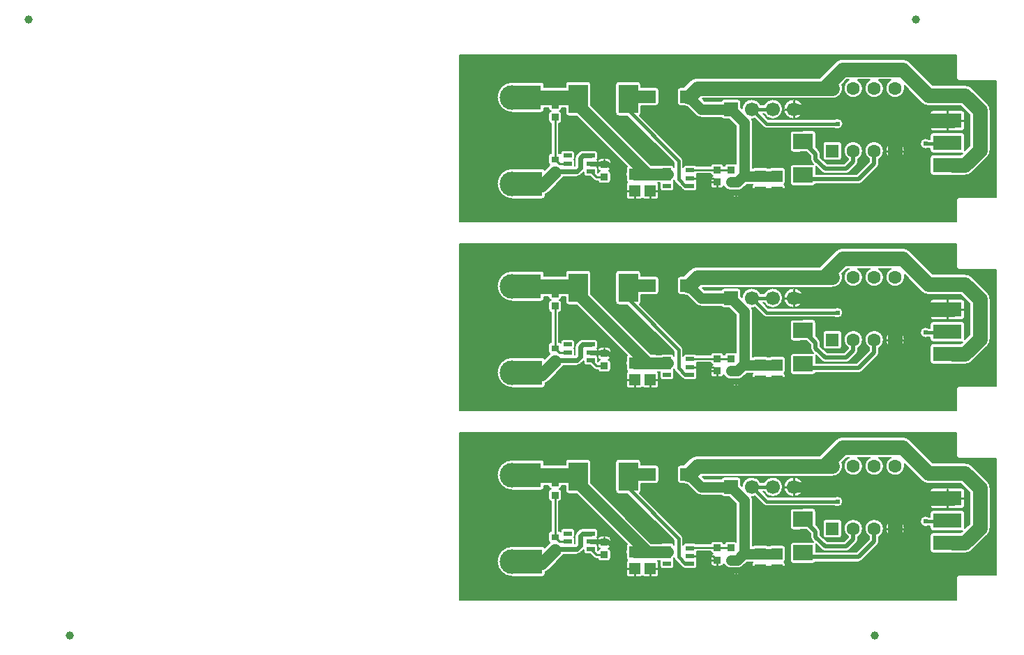
<source format=gtl>
G04 Layer: TopLayer*
G04 EasyEDA Pro v1.9.28.eba1c1, 2023-02-22 19:28:42*
G04 Gerber Generator version 0.3*
G04 Scale: 100 percent, Rotated: No, Reflected: No*
G04 Dimensions in millimeters*
G04 Leading zeros omitted, absolute positions, 3 integers and 3 decimals*
G04 Panelize: Stamp Hole, Column: 1, Row: 3, Board Size: 127.734mm x 20.95mm, Panelized Board Size: 127.734mm x 82.847mm, Panelized Method: All Objects*
%FSLAX33Y33*%
%MOMM*%
%AMRect*21,1,$1,$2,0,0,$3*%
%ADD10C,1.000001*%
%ADD999C,0.2032*%
%ADD11C,0.254*%
%ADD12R,3.500001X1.799999*%
%ADD13C,2.999999*%
%ADD14R,3.500001X2.999999*%
%ADD15C,0.6096*%
%ADD16R,0.999998X0.550012*%
%ADD17R,2.062505X1.539011*%
%ADD18R,0.8649X0.806475*%
%ADD19R,0.864006X0.806475*%
%ADD20R,2.350008X3.499993*%
%ADD21R,1.35001X1.410005*%
%ADD22R,0.864006X0.806475*%
%ADD23R,1.6002X1.6002*%
%ADD24C,1.6002*%
%ADD25R,2.399995X1.899996*%
%ADD26Rect,1.899996X2.399995X90.73*%
%ADD27R,0.899998X0.799998*%
%ADD28C,1.699997*%
%ADD29R,1.699997X1.699997*%
%ADD30C,0.999998*%
%ADD31C,0.610001*%
%ADD32C,1.549999*%
%ADD33C,0.399999*%
%ADD34C,1.3*%
%ADD35C,1.799999*%
%ADD36C,0.599999*%
%ADD37C,1.4*%
%ADD38C,0.499999*%
%ADD39C,1.5*%
G75*


G04 Panelize Start*
G54D10*
G01X-59975Y60373D03*
G01X47760Y60373D03*
G01X-54975Y-14475D03*
G01X42760Y-14475D03*
G04 Panelize End*

G04 Copper Start*
G36*
G01X-7645Y-10142D02*
G01X-7645Y10142D01*
G01X52642D01*
G01Y7366D01*
G03X53000Y7008I358J0D01*
G01X57427D01*
G01Y-7135D01*
G01X53000D01*
G03X52642Y-7493I0J-358D01*
G01Y-10142D01*
G01X-7645D01*
G37*
%LPC*%
G36*
G01X29845Y-7386D02*
G03X30186Y-7635I341J109D01*
G01X31536D01*
G03X31894Y-7277I0J358D01*
G01Y-5867D01*
G03X31739Y-5572I-358J0D01*
G03X31894Y-5277I-203J295D01*
G01Y-3867D01*
G03X31536Y-3509I-358J0D01*
G01X30186D01*
G03X29995Y-3564I0J-358D01*
G01X29695D01*
G03X29504Y-3509I-191J-303D01*
G01X28154D01*
G03X27963Y-3564I0J-358D01*
G01X27932D01*
G01Y1905D01*
G03X27830Y2348I-1008J0D01*
G03X28176Y2404I-17J1208D01*
G01X29196Y1383D01*
G03X29591Y1220I395J395D01*
G01X37869D01*
G03X38227Y1115I358J558D01*
G03X38890Y1778I0J663D01*
G03X38227Y2441I-663J0D01*
G03X37869Y2336I0J-663D01*
G01X29822D01*
G01X29161Y2998D01*
G01X29282D01*
G03X30353Y2348I1071J558D01*
G03X31561Y3556I0J1208D01*
G03X30353Y4764I-1208J0D01*
G03X29282Y4114I0J-1208D01*
G01X28885D01*
G03X27813Y4764I-1071J-558D01*
G03X26608Y3646I0J-1208D01*
G01X26481Y3774D01*
G01Y4406D01*
G03X26123Y4764I-358J0D01*
G01X24423D01*
G03X24102Y4564I0J-358D01*
G01X22098D01*
G01X21825Y4838D01*
G01X36576D01*
G01X37592D01*
G03X38850Y6096I0J1258D01*
G03X38777Y6518I-1258J0D01*
G01X39383Y7124D01*
G01X39598D01*
G03X38974Y6096I534J-1028D01*
G03X40132Y4938I1158J0D01*
G03X41290Y6096I0J1158D01*
G03X40666Y7124I-1158J0D01*
G01X42138D01*
G03X41514Y6096I534J-1028D01*
G03X42672Y4938I1158J0D01*
G03X43830Y6096I0J1158D01*
G03X43206Y7124I-1158J0D01*
G01X44678D01*
G03X44054Y6096I534J-1028D01*
G03X45212Y4938I1158J0D01*
G03X46370Y6096I0J1158D01*
G03X46339Y6365I-1158J0D01*
G01X47370Y5333D01*
G01X48386Y4317D01*
G03X49276Y3949I890J890D01*
G01X53178D01*
G01X54241Y2886D01*
G01Y-914D01*
G01X53667Y-1488D01*
G03X53670Y-1438I-355J50D01*
G01Y362D01*
G03X53312Y720I-358J0D01*
G01X49812D01*
G03X49454Y362I0J-358D01*
G01Y-77D01*
G01X49253D01*
G03X48895Y28I-358J-558D01*
G03X48232Y-635I0J-663D01*
G03X48895Y-1298I663J0D01*
G03X49253Y-1193I0J663D01*
G01X49454D01*
G01Y-1438D01*
G03X49812Y-1796I358J0D01*
G01X53312D01*
G03X53362Y-1793I0J358D01*
G01X53178Y-1977D01*
G01X52197D01*
G01X49812D01*
G03X49454Y-2335I0J-358D01*
G01Y-4135D01*
G03X49812Y-4493I358J0D01*
G01X52197D01*
G01X53312D01*
G01X53699D01*
G03X54589Y-4125I0J1258D01*
G01X56389Y-2325D01*
G03X56757Y-1435I-890J890D01*
G01Y3407D01*
G03X56389Y4297I-1258J0D01*
G01X54589Y6097D01*
G03X53699Y6465I-890J-890D01*
G01X49797D01*
G01X49150Y7113D01*
G01X46991Y9272D01*
G03X46101Y9640I-890J-890D01*
G01X38862D01*
G03X37972Y9272I0J-1258D01*
G01X36055Y7354D01*
G01X21209D01*
G03X20319Y6986I0J-1258D01*
G01X19541Y6208D01*
G01X19125D01*
G03X18767Y5850I0J-358D01*
G01Y4310D01*
G03X19125Y3952I358J0D01*
G01X19599D01*
G03X19976Y3835I558J1128D01*
G01X20968Y2843D01*
G03X21681Y2548I713J713D01*
G01X24102D01*
G03X24423Y2348I321J158D01*
G01X25055D01*
G01X25916Y1487D01*
G01Y-3117D01*
G03X25705Y-3049I-211J-289D01*
G01X24841D01*
G03X24492Y-3325I0J-358D01*
G01X24403D01*
G03X24054Y-3049I-349J-82D01*
G01X23190D01*
G03X22841Y-3325I0J-358D01*
G01X21051D01*
G03X20823Y-3243I-228J-276D01*
G01X19823D01*
G03X19481Y-3494I0J-358D01*
G01Y-2700D01*
G03X19318Y-2305I-558J0D01*
G01X14215Y2798D01*
G03X14347Y3076I-226J278D01*
G01Y3947D01*
G01X15149D01*
G03X15261Y3952I0J1133D01*
G01X16181D01*
G03X16539Y4310I0J358D01*
G01Y5850D01*
G03X16181Y6208I-358J0D01*
G01X15261D01*
G03X15149Y6213I-111J-1128D01*
G01X14347D01*
G01Y6576D01*
G03X13989Y6934I-358J0D01*
G01X11639D01*
G03X11281Y6576I0J-358D01*
G01Y3076D01*
G03X11639Y2718I358J0D01*
G01X12716D01*
G01X18365Y-2931D01*
G01Y-3494D01*
G03X18023Y-3243I-342J-107D01*
G01X17023D01*
G03X16842Y-3292I0J-358D01*
G01X16229D01*
G03X16169Y-3287I-60J-353D01*
G01X15578D01*
G01X8277Y4014D01*
G01Y6576D01*
G03X7919Y6934I-358J0D01*
G01X5569D01*
G03X5211Y6576I0J-358D01*
G01Y6211D01*
G01X2616D01*
G01Y6500D01*
G03X2258Y6858I-358J0D01*
G01X-1242D01*
G01X-1247D01*
G01X-1260D01*
G03X-3118Y5000I0J-1858D01*
G03X-1260Y3142I1858J0D01*
G01X-1247D01*
G01X-1242D01*
G01X2258D01*
G03X2616Y3500I0J358D01*
G01Y3695D01*
G01X3147D01*
G01Y3661D01*
G03X3430Y3311I358J0D01*
G03X3147Y2961I75J-350D01*
G01Y2154D01*
G03X3452Y1800I358J0D01*
G01Y-1781D01*
G03X3129Y-2137I35J-356D01*
G01Y-2937D01*
G03X3291Y-3237I358J0D01*
G03X3153Y-3408I196J-300D01*
G01X2710Y-3850D01*
G03X2385Y-3642I-325J-150D01*
G01X-1115D01*
G03X-1159Y-3645I0J-358D01*
G03X-1260Y-3642I-101J-1855D01*
G03X-3118Y-5500I0J-1858D01*
G03X-1260Y-7358I1858J0D01*
G03X-1159Y-7355I0J1858D01*
G03X-1115Y-7358I44J355D01*
G01X2385D01*
G03X2743Y-7000I0J358D01*
G01Y-6799D01*
G03X3158Y-6538I-369J1045D01*
G01X4721Y-4975D01*
G03X4943Y-4656I-784J784D01*
G01X5458D01*
G01X6543D01*
G03X7008Y-4463I0J658D01*
G01X7400Y-4072D01*
G01Y-4273D01*
G03X7758Y-4631I358J0D01*
G01X8205D01*
G01X8616Y-5042D01*
G03X8959Y-5184I343J343D01*
G01X9125D01*
G03X9474Y-5460I349J82D01*
G01X10338D01*
G03X10696Y-5102I0J358D01*
G01Y-4296D01*
G03X10413Y-3946I-358J0D01*
G03X10696Y-3596I-75J350D01*
G01Y-2789D01*
G03X10338Y-2431I-358J0D01*
G01X9474D01*
G03X9116Y-2774I0J-358D01*
G01Y-2773D01*
G03X9055Y-2573I-358J0D01*
G03X9116Y-2373I-297J200D01*
G01Y-1823D01*
G03X8758Y-1465I-358J0D01*
G01X8438D01*
G03X8258Y-1440I-180J-633D01*
G01X7300D01*
G03X6835Y-1633I0J-658D01*
G01X6520Y-1948D01*
G03X6327Y-2413I465J-465D01*
G01Y-3283D01*
G01X6316Y-3294D01*
G01Y-2773D01*
G03X6255Y-2573I-358J0D01*
G03X6316Y-2373I-297J200D01*
G01Y-1823D01*
G03X5958Y-1465I-358J0D01*
G01X4958D01*
G03X4600Y-1823I0J-358D01*
G01Y-1849D01*
G03X4422Y-1781I-213J-288D01*
G01Y1800D01*
G03X4727Y2154I-53J354D01*
G01Y2961D01*
G03X4444Y3311I-358J0D01*
G03X4727Y3661I-75J350D01*
G01Y3695D01*
G01X5211D01*
G01Y3076D01*
G03X5569Y2718I358J0D01*
G01X6581D01*
G01X12676Y-3377D01*
G03X12556Y-3645I238J-268D01*
G01Y-4121D01*
G03X12531Y-4350I1033J-229D01*
G03X12556Y-4579I1058J0D01*
G01Y-5055D01*
G03X12711Y-5350I358J0D01*
G03X12556Y-5645I203J-295D01*
G01Y-7055D01*
G03X12914Y-7413I358J0D01*
G01X14264D01*
G03X14542Y-7281I0J358D01*
G03X14819Y-7413I277J226D01*
G01X16169D01*
G03X16527Y-7055I0J358D01*
G01Y-5645D01*
G03X16438Y-5408I-358J0D01*
G01X16677D01*
G03X16665Y-5501I346J-93D01*
G01Y-6051D01*
G03X17023Y-6409I358J0D01*
G01X18023D01*
G03X18381Y-6051I0J358D01*
G01Y-5501D01*
G03X18320Y-5301I-358J0D01*
G03X18381Y-5101I-297J200D01*
G01Y-5087D01*
G03X18528Y-5348I542J134D01*
G01X19351Y-6171D01*
G03X19572Y-6306I395J395D01*
G03X19823Y-6409I251J255D01*
G01X20823D01*
G03X21181Y-6051I0J358D01*
G01Y-5501D01*
G03X21120Y-5301I-358J0D01*
G03X21181Y-5101I-297J200D01*
G01Y-4551D01*
G03X21120Y-4351I-358J0D01*
G03X21151Y-4295I-297J200D01*
G01X22841D01*
G03X23115Y-4563I349J82D01*
G03X22832Y-4913I75J-350D01*
G01Y-5720D01*
G03X23190Y-6078I358J0D01*
G01X24054D01*
G03X24398Y-5818I0J358D01*
G03X25273Y-6325I875J501D01*
G01X26052D01*
G03X26765Y-6030I0J1008D01*
G01X27215Y-5580D01*
G01X27940D01*
G03X27796Y-5867I214J-287D01*
G01Y-7277D01*
G03X28154Y-7635I358J0D01*
G01X29504D01*
G03X29845Y-7386I0J358D01*
G37*
G36*
G01X32478Y-5413D02*
G03X32836Y-5771I358J0D01*
G01X35236D01*
G03X35557Y-5571I0J358D01*
G01X40757D01*
G03X41187Y-5393I0J608D01*
G01X43102Y-3478D01*
G03X43280Y-3048I-430J430D01*
G01Y-2510D01*
G03X43830Y-1524I-608J986D01*
G03X42672Y-366I-1158J0D01*
G03X41514Y-1524I0J-1158D01*
G03X42064Y-2510I1158J0D01*
G01Y-2796D01*
G01X40505Y-4355D01*
G01X35594D01*
G01Y-3513D01*
G03X35583Y-3423I-358J0D01*
G01X36273Y-4113D01*
G03X36703Y-4291I430J430D01*
G01X39243D01*
G03X39673Y-4113I0J608D01*
G01X40562Y-3224D01*
G03X40740Y-2794I-430J430D01*
G01Y-2510D01*
G03X41290Y-1524I-608J986D01*
G03X40132Y-366I-1158J0D01*
G03X38974Y-1524I0J-1158D01*
G03X39524Y-2510I1158J0D01*
G01Y-2542D01*
G01X38991Y-3075D01*
G01X36955D01*
G01X36168Y-2288D01*
G01Y-1887D01*
G03X35990Y-1457I-608J0D01*
G01X35603Y-1070D01*
G01X35582Y607D01*
G03X35224Y960I-358J-5D01*
G01X35219D01*
G01X32819Y930D01*
G03X32466Y572I5J-358D01*
G01Y567D01*
G01X32490Y-1333D01*
G03X32848Y-1686I358J5D01*
G01X32853D01*
G01X34479Y-1666D01*
G01X34952Y-2139D01*
G01Y-2540D01*
G03X35130Y-2970I608J0D01*
G01X35326Y-3167D01*
G03X35236Y-3155I-90J-347D01*
G01X32836D01*
G03X32478Y-3513I0J-358D01*
G01Y-5413D01*
G37*
G36*
G01X49454Y1259D02*
G03X49812Y901I358J0D01*
G01X53312D01*
G03X53670Y1259I0J358D01*
G01Y3059D01*
G03X53312Y3417I-358J0D01*
G01X49812D01*
G03X49454Y3059I0J-358D01*
G01Y1259D01*
G37*
G36*
G01X32893Y2348D02*
G03X34101Y3556I0J1208D01*
G03X32893Y4764I-1208J0D01*
G03X31685Y3556I0J-1208D01*
G03X32893Y2348I1208J0D01*
G37*
G36*
G01X44054Y-1524D02*
G03X45212Y-2682I1158J0D01*
G03X46370Y-1524I0J1158D01*
G03X45212Y-366I-1158J0D01*
G03X44054Y-1524I0J-1158D01*
G37*
G36*
G01X38392Y-2682D02*
G03X38750Y-2324I0J358D01*
G01Y-724D01*
G03X38392Y-366I-358J0D01*
G01X36792D01*
G03X36434Y-724I0J-358D01*
G01Y-2324D01*
G03X36792Y-2682I358J0D01*
G01X38392D01*
G37*
G36*
G01X25245Y-7493D02*
G03X25908Y-8156I663J0D01*
G03X26571Y-7493I0J663D01*
G03X25908Y-6830I-663J0D01*
G03X25245Y-7493I0J-663D01*
G37*
%LPD*%
G36*
G01X9399Y-3946D02*
G03X9133Y-4187I75J-350D01*
G01X9116Y-4170D01*
G01Y-3723D01*
G03X9055Y-3523I-358J0D01*
G03X9116Y-3338I-297J200D01*
G01Y-3596D01*
G03X9399Y-3946I358J0D01*
G37*
G54D999*
G01X-7645Y-10142D02*
G01X-7645Y10142D01*
G01X52642D01*
G01Y7366D01*
G03X53000Y7008I358J0D01*
G01X57427D01*
G01Y-7135D01*
G01X53000D01*
G03X52642Y-7493I0J-358D01*
G01Y-10142D01*
G01X-7645D01*
G01X29845Y-7386D02*
G03X30186Y-7635I341J109D01*
G01X31536D01*
G03X31894Y-7277I0J358D01*
G01Y-5867D01*
G03X31739Y-5572I-358J0D01*
G03X31894Y-5277I-203J295D01*
G01Y-3867D01*
G03X31536Y-3509I-358J0D01*
G01X30186D01*
G03X29995Y-3564I0J-358D01*
G01X29695D01*
G03X29504Y-3509I-191J-303D01*
G01X28154D01*
G03X27963Y-3564I0J-358D01*
G01X27932D01*
G01Y1905D01*
G03X27830Y2348I-1008J0D01*
G03X28176Y2404I-17J1208D01*
G01X29196Y1383D01*
G03X29591Y1220I395J395D01*
G01X37869D01*
G03X38227Y1115I358J558D01*
G03X38890Y1778I0J663D01*
G03X38227Y2441I-663J0D01*
G03X37869Y2336I0J-663D01*
G01X29822D01*
G01X29161Y2998D01*
G01X29282D01*
G03X30353Y2348I1071J558D01*
G03X31561Y3556I0J1208D01*
G03X30353Y4764I-1208J0D01*
G03X29282Y4114I0J-1208D01*
G01X28885D01*
G03X27813Y4764I-1071J-558D01*
G03X26608Y3646I0J-1208D01*
G01X26481Y3774D01*
G01Y4406D01*
G03X26123Y4764I-358J0D01*
G01X24423D01*
G03X24102Y4564I0J-358D01*
G01X22098D01*
G01X21825Y4838D01*
G01X36576D01*
G01X37592D01*
G03X38850Y6096I0J1258D01*
G03X38777Y6518I-1258J0D01*
G01X39383Y7124D01*
G01X39598D01*
G03X38974Y6096I534J-1028D01*
G03X40132Y4938I1158J0D01*
G03X41290Y6096I0J1158D01*
G03X40666Y7124I-1158J0D01*
G01X42138D01*
G03X41514Y6096I534J-1028D01*
G03X42672Y4938I1158J0D01*
G03X43830Y6096I0J1158D01*
G03X43206Y7124I-1158J0D01*
G01X44678D01*
G03X44054Y6096I534J-1028D01*
G03X45212Y4938I1158J0D01*
G03X46370Y6096I0J1158D01*
G03X46339Y6365I-1158J0D01*
G01X47370Y5333D01*
G01X48386Y4317D01*
G03X49276Y3949I890J890D01*
G01X53178D01*
G01X54241Y2886D01*
G01Y-914D01*
G01X53667Y-1488D01*
G03X53670Y-1438I-355J50D01*
G01Y362D01*
G03X53312Y720I-358J0D01*
G01X49812D01*
G03X49454Y362I0J-358D01*
G01Y-77D01*
G01X49253D01*
G03X48895Y28I-358J-558D01*
G03X48232Y-635I0J-663D01*
G03X48895Y-1298I663J0D01*
G03X49253Y-1193I0J663D01*
G01X49454D01*
G01Y-1438D01*
G03X49812Y-1796I358J0D01*
G01X53312D01*
G03X53362Y-1793I0J358D01*
G01X53178Y-1977D01*
G01X52197D01*
G01X49812D01*
G03X49454Y-2335I0J-358D01*
G01Y-4135D01*
G03X49812Y-4493I358J0D01*
G01X52197D01*
G01X53312D01*
G01X53699D01*
G03X54589Y-4125I0J1258D01*
G01X56389Y-2325D01*
G03X56757Y-1435I-890J890D01*
G01Y3407D01*
G03X56389Y4297I-1258J0D01*
G01X54589Y6097D01*
G03X53699Y6465I-890J-890D01*
G01X49797D01*
G01X49150Y7113D01*
G01X46991Y9272D01*
G03X46101Y9640I-890J-890D01*
G01X38862D01*
G03X37972Y9272I0J-1258D01*
G01X36055Y7354D01*
G01X21209D01*
G03X20319Y6986I0J-1258D01*
G01X19541Y6208D01*
G01X19125D01*
G03X18767Y5850I0J-358D01*
G01Y4310D01*
G03X19125Y3952I358J0D01*
G01X19599D01*
G03X19976Y3835I558J1128D01*
G01X20968Y2843D01*
G03X21681Y2548I713J713D01*
G01X24102D01*
G03X24423Y2348I321J158D01*
G01X25055D01*
G01X25916Y1487D01*
G01Y-3117D01*
G03X25705Y-3049I-211J-289D01*
G01X24841D01*
G03X24492Y-3325I0J-358D01*
G01X24403D01*
G03X24054Y-3049I-349J-82D01*
G01X23190D01*
G03X22841Y-3325I0J-358D01*
G01X21051D01*
G03X20823Y-3243I-228J-276D01*
G01X19823D01*
G03X19481Y-3494I0J-358D01*
G01Y-2700D01*
G03X19318Y-2305I-558J0D01*
G01X14215Y2798D01*
G03X14347Y3076I-226J278D01*
G01Y3947D01*
G01X15149D01*
G03X15261Y3952I0J1133D01*
G01X16181D01*
G03X16539Y4310I0J358D01*
G01Y5850D01*
G03X16181Y6208I-358J0D01*
G01X15261D01*
G03X15149Y6213I-111J-1128D01*
G01X14347D01*
G01Y6576D01*
G03X13989Y6934I-358J0D01*
G01X11639D01*
G03X11281Y6576I0J-358D01*
G01Y3076D01*
G03X11639Y2718I358J0D01*
G01X12716D01*
G01X18365Y-2931D01*
G01Y-3494D01*
G03X18023Y-3243I-342J-107D01*
G01X17023D01*
G03X16842Y-3292I0J-358D01*
G01X16229D01*
G03X16169Y-3287I-60J-353D01*
G01X15578D01*
G01X8277Y4014D01*
G01Y6576D01*
G03X7919Y6934I-358J0D01*
G01X5569D01*
G03X5211Y6576I0J-358D01*
G01Y6211D01*
G01X2616D01*
G01Y6500D01*
G03X2258Y6858I-358J0D01*
G01X-1242D01*
G01X-1247D01*
G01X-1260D01*
G03X-3118Y5000I0J-1858D01*
G03X-1260Y3142I1858J0D01*
G01X-1247D01*
G01X-1242D01*
G01X2258D01*
G03X2616Y3500I0J358D01*
G01Y3695D01*
G01X3147D01*
G01Y3661D01*
G03X3430Y3311I358J0D01*
G03X3147Y2961I75J-350D01*
G01Y2154D01*
G03X3452Y1800I358J0D01*
G01Y-1781D01*
G03X3129Y-2137I35J-356D01*
G01Y-2937D01*
G03X3291Y-3237I358J0D01*
G03X3153Y-3408I196J-300D01*
G01X2710Y-3850D01*
G03X2385Y-3642I-325J-150D01*
G01X-1115D01*
G03X-1159Y-3645I0J-358D01*
G03X-1260Y-3642I-101J-1855D01*
G03X-3118Y-5500I0J-1858D01*
G03X-1260Y-7358I1858J0D01*
G03X-1159Y-7355I0J1858D01*
G03X-1115Y-7358I44J355D01*
G01X2385D01*
G03X2743Y-7000I0J358D01*
G01Y-6799D01*
G03X3158Y-6538I-369J1045D01*
G01X4721Y-4975D01*
G03X4943Y-4656I-784J784D01*
G01X5458D01*
G01X6543D01*
G03X7008Y-4463I0J658D01*
G01X7400Y-4072D01*
G01Y-4273D01*
G03X7758Y-4631I358J0D01*
G01X8205D01*
G01X8616Y-5042D01*
G03X8959Y-5184I343J343D01*
G01X9125D01*
G03X9474Y-5460I349J82D01*
G01X10338D01*
G03X10696Y-5102I0J358D01*
G01Y-4296D01*
G03X10413Y-3946I-358J0D01*
G03X10696Y-3596I-75J350D01*
G01Y-2789D01*
G03X10338Y-2431I-358J0D01*
G01X9474D01*
G03X9116Y-2774I0J-358D01*
G01Y-2773D01*
G03X9055Y-2573I-358J0D01*
G03X9116Y-2373I-297J200D01*
G01Y-1823D01*
G03X8758Y-1465I-358J0D01*
G01X8438D01*
G03X8258Y-1440I-180J-633D01*
G01X7300D01*
G03X6835Y-1633I0J-658D01*
G01X6520Y-1948D01*
G03X6327Y-2413I465J-465D01*
G01Y-3283D01*
G01X6316Y-3294D01*
G01Y-2773D01*
G03X6255Y-2573I-358J0D01*
G03X6316Y-2373I-297J200D01*
G01Y-1823D01*
G03X5958Y-1465I-358J0D01*
G01X4958D01*
G03X4600Y-1823I0J-358D01*
G01Y-1849D01*
G03X4422Y-1781I-213J-288D01*
G01Y1800D01*
G03X4727Y2154I-53J354D01*
G01Y2961D01*
G03X4444Y3311I-358J0D01*
G03X4727Y3661I-75J350D01*
G01Y3695D01*
G01X5211D01*
G01Y3076D01*
G03X5569Y2718I358J0D01*
G01X6581D01*
G01X12676Y-3377D01*
G03X12556Y-3645I238J-268D01*
G01Y-4121D01*
G03X12531Y-4350I1033J-229D01*
G03X12556Y-4579I1058J0D01*
G01Y-5055D01*
G03X12711Y-5350I358J0D01*
G03X12556Y-5645I203J-295D01*
G01Y-7055D01*
G03X12914Y-7413I358J0D01*
G01X14264D01*
G03X14542Y-7281I0J358D01*
G03X14819Y-7413I277J226D01*
G01X16169D01*
G03X16527Y-7055I0J358D01*
G01Y-5645D01*
G03X16438Y-5408I-358J0D01*
G01X16677D01*
G03X16665Y-5501I346J-93D01*
G01Y-6051D01*
G03X17023Y-6409I358J0D01*
G01X18023D01*
G03X18381Y-6051I0J358D01*
G01Y-5501D01*
G03X18320Y-5301I-358J0D01*
G03X18381Y-5101I-297J200D01*
G01Y-5087D01*
G03X18528Y-5348I542J134D01*
G01X19351Y-6171D01*
G03X19572Y-6306I395J395D01*
G03X19823Y-6409I251J255D01*
G01X20823D01*
G03X21181Y-6051I0J358D01*
G01Y-5501D01*
G03X21120Y-5301I-358J0D01*
G03X21181Y-5101I-297J200D01*
G01Y-4551D01*
G03X21120Y-4351I-358J0D01*
G03X21151Y-4295I-297J200D01*
G01X22841D01*
G03X23115Y-4563I349J82D01*
G03X22832Y-4913I75J-350D01*
G01Y-5720D01*
G03X23190Y-6078I358J0D01*
G01X24054D01*
G03X24398Y-5818I0J358D01*
G03X25273Y-6325I875J501D01*
G01X26052D01*
G03X26765Y-6030I0J1008D01*
G01X27215Y-5580D01*
G01X27940D01*
G03X27796Y-5867I214J-287D01*
G01Y-7277D01*
G03X28154Y-7635I358J0D01*
G01X29504D01*
G03X29845Y-7386I0J358D01*
G01X32478Y-5413D02*
G03X32836Y-5771I358J0D01*
G01X35236D01*
G03X35557Y-5571I0J358D01*
G01X40757D01*
G03X41187Y-5393I0J608D01*
G01X43102Y-3478D01*
G03X43280Y-3048I-430J430D01*
G01Y-2510D01*
G03X43830Y-1524I-608J986D01*
G03X42672Y-366I-1158J0D01*
G03X41514Y-1524I0J-1158D01*
G03X42064Y-2510I1158J0D01*
G01Y-2796D01*
G01X40505Y-4355D01*
G01X35594D01*
G01Y-3513D01*
G03X35583Y-3423I-358J0D01*
G01X36273Y-4113D01*
G03X36703Y-4291I430J430D01*
G01X39243D01*
G03X39673Y-4113I0J608D01*
G01X40562Y-3224D01*
G03X40740Y-2794I-430J430D01*
G01Y-2510D01*
G03X41290Y-1524I-608J986D01*
G03X40132Y-366I-1158J0D01*
G03X38974Y-1524I0J-1158D01*
G03X39524Y-2510I1158J0D01*
G01Y-2542D01*
G01X38991Y-3075D01*
G01X36955D01*
G01X36168Y-2288D01*
G01Y-1887D01*
G03X35990Y-1457I-608J0D01*
G01X35603Y-1070D01*
G01X35582Y607D01*
G03X35224Y960I-358J-5D01*
G01X35219D01*
G01X32819Y930D01*
G03X32466Y572I5J-358D01*
G01Y567D01*
G01X32490Y-1333D01*
G03X32848Y-1686I358J5D01*
G01X32853D01*
G01X34479Y-1666D01*
G01X34952Y-2139D01*
G01Y-2540D01*
G03X35130Y-2970I608J0D01*
G01X35326Y-3167D01*
G03X35236Y-3155I-90J-347D01*
G01X32836D01*
G03X32478Y-3513I0J-358D01*
G01Y-5413D01*
G01X49454Y1259D02*
G03X49812Y901I358J0D01*
G01X53312D01*
G03X53670Y1259I0J358D01*
G01Y3059D01*
G03X53312Y3417I-358J0D01*
G01X49812D01*
G03X49454Y3059I0J-358D01*
G01Y1259D01*
G01X32893Y2348D02*
G03X34101Y3556I0J1208D01*
G03X32893Y4764I-1208J0D01*
G03X31685Y3556I0J-1208D01*
G03X32893Y2348I1208J0D01*
G01X44054Y-1524D02*
G03X45212Y-2682I1158J0D01*
G03X46370Y-1524I0J1158D01*
G03X45212Y-366I-1158J0D01*
G03X44054Y-1524I0J-1158D01*
G01X38392Y-2682D02*
G03X38750Y-2324I0J358D01*
G01Y-724D01*
G03X38392Y-366I-358J0D01*
G01X36792D01*
G03X36434Y-724I0J-358D01*
G01Y-2324D01*
G03X36792Y-2682I358J0D01*
G01X38392D01*
G01X25245Y-7493D02*
G03X25908Y-8156I663J0D01*
G03X26571Y-7493I0J663D01*
G03X25908Y-6830I-663J0D01*
G03X25245Y-7493I0J-663D01*
G01X9399Y-3946D02*
G03X9133Y-4187I75J-350D01*
G01X9116Y-4170D01*
G01Y-3723D01*
G03X9055Y-3523I-358J0D01*
G03X9116Y-3338I-297J200D01*
G01Y-3596D01*
G03X9399Y-3946I358J0D01*
G54D11*
G01X20323Y-4826D02*
G01X21082Y-4826D01*
G01X15494Y-6350D02*
G01X15494Y-7314D01*
G01X15494Y-6350D02*
G01X16428Y-6350D01*
G01X28829Y-6572D02*
G01X28829Y-7536D01*
G01X28829Y-6572D02*
G01X27895Y-6572D01*
G01X45212Y-1524D02*
G01X44153Y-1524D01*
G01X45212Y-1524D02*
G01X46271Y-1524D01*
G01X45212Y-1524D02*
G01X45212Y-465D01*
G01X45212Y-1524D02*
G01X45212Y-2583D01*
G01X13589Y-6350D02*
G01X13589Y-7314D01*
G01X13589Y-6350D02*
G01X12655Y-6350D01*
G01X32893Y3556D02*
G01X31784Y3556D01*
G01X32893Y3556D02*
G01X34002Y3556D01*
G01X32893Y3556D02*
G01X32893Y4665D01*
G01X32893Y3556D02*
G01X32893Y2447D01*
G01X51562Y2159D02*
G01X51562Y1000D01*
G01X51562Y2159D02*
G01X51562Y3318D01*
G01X51562Y2159D02*
G01X49553Y2159D01*
G01X51562Y2159D02*
G01X53571Y2159D01*
G01X23622Y-5317D02*
G01X23622Y-5979D01*
G01X23622Y-5317D02*
G01X22931Y-5317D01*
G01X9906Y-3192D02*
G01X9906Y-2530D01*
G01X9906Y-3192D02*
G01X10597Y-3192D01*
G01X30861Y-6572D02*
G01X30861Y-7536D01*
G01X30861Y-6572D02*
G01X31795Y-6572D01*
G01X25908Y-7493D02*
G01X25344Y-7493D01*
G01X25908Y-7493D02*
G01X26472Y-7493D01*
G01X25908Y-7493D02*
G01X25908Y-6929D01*
G01X25908Y-7493D02*
G01X25908Y-8057D01*
G04 Copper End*

G04 Pad Start*
G54D12*
G01X51562Y2159D03*
G01X51562Y-538D03*
G01X51562Y-3235D03*
G54D13*
G01X-1260Y5000D03*
G01X-1260Y-5500D03*
G54D14*
G01X508Y5000D03*
G01X635Y-5500D03*
G54D15*
G01X26035Y5715D03*
G01X25908Y-7493D03*
G54D16*
G01X20323Y-3876D03*
G01X20323Y-4826D03*
G01X20323Y-5776D03*
G01X17523Y-5776D03*
G01X17523Y-4826D03*
G01X17523Y-3876D03*
G54D17*
G01X15149Y5080D03*
G01X20157Y5080D03*
G54D19*
G01X25273Y-5317D03*
G01X25273Y-3810D03*
G54D20*
G01X6744Y4826D03*
G01X12814Y4826D03*
G54D21*
G01X13589Y-6350D03*
G01X13589Y-4350D03*
G01X15494Y-6350D03*
G01X15494Y-4350D03*
G01X28829Y-6572D03*
G01X28829Y-4572D03*
G01X30861Y-6572D03*
G01X30861Y-4572D03*
G54D22*
G01X23622Y-3810D03*
G01X23622Y-5317D03*
G54D23*
G01X37592Y-1524D03*
G54D24*
G01X40132Y-1524D03*
G01X42672Y-1524D03*
G01X45212Y-1524D03*
G01X45212Y6096D03*
G01X42672Y6096D03*
G01X40132Y6096D03*
G01X37592Y6096D03*
G54D25*
G01X34036Y-4463D03*
G54D26*
G01X34036Y-363D03*
G54D16*
G01X8258Y-2098D03*
G01X8258Y-3048D03*
G01X8258Y-3998D03*
G01X5458Y-3998D03*
G01X5458Y-3048D03*
G01X5458Y-2098D03*
G54D27*
G01X3937Y-3937D03*
G01X3937Y-2537D03*
G54D19*
G01X9906Y-4699D03*
G01X9906Y-3192D03*
G01X3937Y2557D03*
G01X3937Y4064D03*
G54D28*
G01X32893Y3556D03*
G01X30353Y3556D03*
G01X27813Y3556D03*
G54D29*
G01X25273Y3556D03*
G04 Pad End*

G04 Via Start*
G54D30*
G01X45212Y-3810D03*
G01X48260Y6223D03*
G54D31*
G01X38227Y1778D03*
G01X48895Y-635D03*
G04 Via End*

G04 Track Start*
G54D11*
G01X20323Y-4826D02*
G01X23131Y-4826D01*
G01X23622Y-5317D01*
G01X20323Y-3876D02*
G01X20389Y-3810D01*
G01X23622D01*
G01X25273Y-3810D02*
G01X23622Y-3810D01*
G54D32*
G01X15149Y5080D02*
G01X13068Y5080D01*
G01X12814Y4826D01*
G54D33*
G01X12814Y3409D01*
G01X18923Y-2700D01*
G54D34*
G01X20157Y5080D02*
G01X21681Y3556D01*
G01X25273D01*
G54D11*
G01X-1260Y4873D02*
G01X508Y4873D01*
G01X8258Y-3998D02*
G01X8959Y-4699D01*
G01X9906D01*
G01X5458Y-3048D02*
G01X4448Y-3048D01*
G01X3937Y-2537D01*
G54D33*
G01X30353Y3556D02*
G01X27813Y3556D01*
G01X18923Y-2700D02*
G01X18923Y-4953D01*
G01X19746Y-5776D01*
G01X20323D01*
G01X38227Y1778D02*
G01X29591Y1778D01*
G01X27813Y3556D01*
G01X48895Y-635D02*
G01X52100Y-635D01*
G01X52197Y-538D01*
G54D35*
G01X6744Y4826D02*
G01X6617Y4953D01*
G01X588D01*
G01X508Y4873D01*
G54D11*
G01X23622Y-7874D02*
G01X23622Y-5317D01*
G54D35*
G01X45212Y-3810D02*
G01X45212Y-1524D01*
G01X20193Y5080D02*
G01X20157Y5080D01*
G01X21209Y6096D02*
G01X20193Y5080D01*
G01X38862Y8382D02*
G01X36576Y6096D01*
G01X52197Y-3235D02*
G01X53699Y-3235D01*
G01X55499Y-1435D01*
G01X37592Y6096D02*
G01X36576Y6096D01*
G01X45212Y2159D02*
G01X52197Y2159D01*
G01X45212Y2159D02*
G01X45212Y-1524D01*
G54D34*
G01X45212Y2159D02*
G01X41529Y2159D01*
G01X40132Y3556D01*
G01X32893D01*
G01X26924Y1905D02*
G01X25273Y3556D01*
G54D11*
G01X3937Y2557D02*
G01X3937Y-2537D01*
G54D35*
G01X36576Y6096D02*
G01X21209Y6096D01*
G54D11*
G01X9906Y-3192D02*
G01X9915Y-3184D01*
G54D36*
G01X10287Y-3048D02*
G01X8258Y-3048D01*
G01X11430Y-4191D02*
G01X10287Y-3048D01*
G54D37*
G01X13589Y-4350D02*
G01X15494Y-4350D01*
G01X17621D01*
G01X6509Y4286D02*
G01X15145Y-4350D01*
G54D35*
G01X48260Y6223D02*
G01X49276Y5207D01*
G01X53699D01*
G01X55499Y3407D02*
G01X55499Y-1435D01*
G01X53699Y5207D02*
G01X55499Y3407D01*
G01X46101Y8382D02*
G01X38862Y8382D01*
G01X48260Y6223D02*
G01X46101Y8382D01*
G54D38*
G01X42672Y-3048D02*
G01X42672Y-1524D01*
G01X40132Y-1524D02*
G01X40132Y-2794D01*
G01X35560Y-2540D02*
G01X35560Y-1887D01*
G01X34036Y-363D01*
G01X40132Y-2794D02*
G01X39243Y-3683D01*
G01X36703D01*
G01X35560Y-2540D01*
G01X34036Y-4463D02*
G01X34536Y-4963D01*
G01X40757D01*
G01X42672Y-3048D01*
G54D35*
G01X45212Y-3810D02*
G01X42164Y-6858D01*
G01X28067D01*
G01X27051Y-7874D01*
G01X23622D01*
G54D34*
G01X26052Y-5317D02*
G01X25273Y-5317D01*
G01X26924Y1905D02*
G01X26924Y-4445D01*
G01X26052Y-5317D01*
G01X27051Y-4572D02*
G01X26924Y-4445D01*
G01X30861Y-4572D02*
G01X28829Y-4572D01*
G01X27051D01*
G54D39*
G01X3937Y-4191D02*
G01X2374Y-5754D01*
G01X635D01*
G54D36*
G01X8258Y-2098D02*
G01X7300Y-2098D01*
G01X6985Y-2413D01*
G01Y-3556D01*
G01X6543Y-3998D02*
G01X5458Y-3998D01*
G01X6985Y-3556D02*
G01X6543Y-3998D01*
G01X3937Y-3937D02*
G01X3998Y-3998D01*
G01X5458D01*
G04 Track End*
G54D10*
G01X-59975Y60373D03*
G01X47760Y60373D03*
G01X-54975Y-14475D03*
G01X42760Y-14475D03*
G04 Panelize End*
G36*
G01X-7645Y12807D02*
G01X-7645Y33091D01*
G01X52642D01*
G01Y30315D01*
G03X53000Y29957I358J0D01*
G01X57427D01*
G01Y15814D01*
G01X53000D01*
G03X52642Y15456I0J-358D01*
G01Y12807D01*
G01X-7645D01*
G37*
%LPC*%
G36*
G01X29845Y15563D02*
G03X30186Y15314I341J109D01*
G01X31536D01*
G03X31894Y15672I0J358D01*
G01Y17082D01*
G03X31739Y17377I-358J0D01*
G03X31894Y17672I-203J295D01*
G01Y19082D01*
G03X31536Y19440I-358J0D01*
G01X30186D01*
G03X29995Y19385I0J-358D01*
G01X29695D01*
G03X29504Y19440I-191J-303D01*
G01X28154D01*
G03X27963Y19385I0J-358D01*
G01X27932D01*
G01Y24854D01*
G03X27830Y25297I-1008J0D01*
G03X28176Y25353I-17J1208D01*
G01X29196Y24333D01*
G03X29591Y24169I395J395D01*
G01X37869D01*
G03X38227Y24064I358J558D01*
G03X38890Y24727I0J663D01*
G03X38227Y25390I-663J0D01*
G03X37869Y25285I0J-663D01*
G01X29822D01*
G01X29161Y25947D01*
G01X29282D01*
G03X30353Y25297I1071J558D01*
G03X31561Y26505I0J1208D01*
G03X30353Y27713I-1208J0D01*
G03X29282Y27063I0J-1208D01*
G01X28885D01*
G03X27813Y27713I-1071J-558D01*
G03X26608Y26596I0J-1208D01*
G01X26481Y26723D01*
G01Y27355D01*
G03X26123Y27713I-358J0D01*
G01X24423D01*
G03X24102Y27513I0J-358D01*
G01X22098D01*
G01X21825Y27787D01*
G01X36576D01*
G01X37592D01*
G03X38850Y29045I0J1258D01*
G03X38777Y29467I-1258J0D01*
G01X39383Y30073D01*
G01X39598D01*
G03X38974Y29045I534J-1028D01*
G03X40132Y27887I1158J0D01*
G03X41290Y29045I0J1158D01*
G03X40666Y30073I-1158J0D01*
G01X42138D01*
G03X41514Y29045I534J-1028D01*
G03X42672Y27887I1158J0D01*
G03X43830Y29045I0J1158D01*
G03X43206Y30073I-1158J0D01*
G01X44678D01*
G03X44054Y29045I534J-1028D01*
G03X45212Y27887I1158J0D01*
G03X46370Y29045I0J1158D01*
G03X46339Y29314I-1158J0D01*
G01X47370Y28283D01*
G01X48386Y27267D01*
G03X49276Y26898I890J890D01*
G01X53178D01*
G01X54241Y25835D01*
G01Y22035D01*
G01X53667Y21461D01*
G03X53670Y21511I-355J50D01*
G01Y23311D01*
G03X53312Y23669I-358J0D01*
G01X49812D01*
G03X49454Y23311I0J-358D01*
G01Y22872D01*
G01X49253D01*
G03X48895Y22977I-358J-558D01*
G03X48232Y22314I0J-663D01*
G03X48895Y21651I663J0D01*
G03X49253Y21756I0J663D01*
G01X49454D01*
G01Y21511D01*
G03X49812Y21153I358J0D01*
G01X53312D01*
G03X53362Y21157I0J358D01*
G01X53178Y20972D01*
G01X52197D01*
G01X49812D01*
G03X49454Y20614I0J-358D01*
G01Y18814D01*
G03X49812Y18456I358J0D01*
G01X52197D01*
G01X53312D01*
G01X53699D01*
G03X54589Y18825I0J1258D01*
G01X56389Y20625D01*
G03X56757Y21514I-890J890D01*
G01Y26356D01*
G03X56389Y27246I-1258J0D01*
G01X54589Y29046D01*
G03X53699Y29414I-890J-890D01*
G01X49797D01*
G01X49150Y30062D01*
G01X46991Y32221D01*
G03X46101Y32589I-890J-890D01*
G01X38862D01*
G03X37972Y32221I0J-1258D01*
G01X36055Y30303D01*
G01X21209D01*
G03X20319Y29935I0J-1258D01*
G01X19541Y29157D01*
G01X19125D01*
G03X18767Y28799I0J-358D01*
G01Y27260D01*
G03X19125Y26902I358J0D01*
G01X19599D01*
G03X19976Y26784I558J1128D01*
G01X20968Y25792D01*
G03X21681Y25497I713J713D01*
G01X24102D01*
G03X24423Y25297I321J158D01*
G01X25055D01*
G01X25916Y24437D01*
G01Y19832D01*
G03X25705Y19901I-211J-289D01*
G01X24841D01*
G03X24492Y19624I0J-358D01*
G01X24403D01*
G03X24054Y19901I-349J-82D01*
G01X23190D01*
G03X22841Y19624I0J-358D01*
G01X21051D01*
G03X20823Y19706I-228J-276D01*
G01X19823D01*
G03X19481Y19455I0J-358D01*
G01Y20249D01*
G03X19318Y20644I-558J0D01*
G01X14215Y25747D01*
G03X14347Y26025I-226J278D01*
G01Y26896D01*
G01X15149D01*
G03X15261Y26902I0J1133D01*
G01X16181D01*
G03X16539Y27260I0J358D01*
G01Y28799D01*
G03X16181Y29157I-358J0D01*
G01X15261D01*
G03X15149Y29162I-111J-1128D01*
G01X14347D01*
G01Y29525D01*
G03X13989Y29883I-358J0D01*
G01X11639D01*
G03X11281Y29525I0J-358D01*
G01Y26025D01*
G03X11639Y25667I358J0D01*
G01X12716D01*
G01X18365Y20018D01*
G01Y19455D01*
G03X18023Y19706I-342J-107D01*
G01X17023D01*
G03X16842Y19657I0J-358D01*
G01X16229D01*
G03X16169Y19662I-60J-353D01*
G01X15578D01*
G01X8277Y26964D01*
G01Y29525D01*
G03X7919Y29883I-358J0D01*
G01X5569D01*
G03X5211Y29525I0J-358D01*
G01Y29160D01*
G01X2616D01*
G01Y29449D01*
G03X2258Y29807I-358J0D01*
G01X-1242D01*
G01X-1247D01*
G01X-1260D01*
G03X-3118Y27949I0J-1858D01*
G03X-1260Y26091I1858J0D01*
G01X-1247D01*
G01X-1242D01*
G01X2258D01*
G03X2616Y26449I0J358D01*
G01Y26644D01*
G01X3147D01*
G01Y26610D01*
G03X3430Y26260I358J0D01*
G03X3147Y25910I75J-350D01*
G01Y25103D01*
G03X3452Y24749I358J0D01*
G01Y21169D01*
G03X3129Y20812I35J-356D01*
G01Y20012D01*
G03X3291Y19712I358J0D01*
G03X3153Y19541I196J-300D01*
G01X2710Y19099D01*
G03X2385Y19307I-325J-150D01*
G01X-1115D01*
G03X-1159Y19305I0J-358D01*
G03X-1260Y19307I-101J-1855D01*
G03X-3118Y17449I0J-1858D01*
G03X-1260Y15591I1858J0D01*
G03X-1159Y15594I0J1858D01*
G03X-1115Y15591I44J355D01*
G01X2385D01*
G03X2743Y15949I0J358D01*
G01Y16150D01*
G03X3158Y16412I-369J1045D01*
G01X4721Y17975D01*
G03X4943Y18293I-784J784D01*
G01X5458D01*
G01X6543D01*
G03X7008Y18486I0J658D01*
G01X7400Y18877D01*
G01Y18676D01*
G03X7758Y18318I358J0D01*
G01X8205D01*
G01X8616Y17907D01*
G03X8959Y17765I343J343D01*
G01X9125D01*
G03X9474Y17489I349J82D01*
G01X10338D01*
G03X10696Y17847I0J358D01*
G01Y18653D01*
G03X10413Y19004I-358J0D01*
G03X10696Y19354I-75J350D01*
G01Y20160D01*
G03X10338Y20518I-358J0D01*
G01X9474D01*
G03X9116Y20176I0J-358D01*
G03X9055Y20376I-358J0D01*
G03X9116Y20576I-297J200D01*
G01Y21126D01*
G03X8758Y21484I-358J0D01*
G01X8438D01*
G03X8258Y21509I-180J-633D01*
G01X7300D01*
G03X6835Y21317I0J-658D01*
G01X6520Y21002D01*
G03X6327Y20536I465J-465D01*
G01Y19666D01*
G01X6316Y19655D01*
G01Y20176D01*
G03X6255Y20376I-358J0D01*
G03X6316Y20576I-297J200D01*
G01Y21126D01*
G03X5958Y21484I-358J0D01*
G01X4958D01*
G03X4600Y21126I0J-358D01*
G01Y21100D01*
G03X4422Y21169I-213J-288D01*
G01Y24749D01*
G03X4727Y25103I-53J354D01*
G01Y25910D01*
G03X4444Y26260I-358J0D01*
G03X4727Y26610I-75J350D01*
G01Y26644D01*
G01X5211D01*
G01Y26025D01*
G03X5569Y25667I358J0D01*
G01X6581D01*
G01X12676Y19572D01*
G03X12556Y19304I238J-268D01*
G01Y18828D01*
G03X12531Y18599I1033J-229D01*
G03X12556Y18371I1058J0D01*
G01Y17894D01*
G03X12711Y17599I358J0D01*
G03X12556Y17304I203J-295D01*
G01Y15894D01*
G03X12914Y15536I358J0D01*
G01X14264D01*
G03X14542Y15668I0J358D01*
G03X14819Y15536I277J226D01*
G01X16169D01*
G03X16527Y15894I0J358D01*
G01Y17304D01*
G03X16438Y17541I-358J0D01*
G01X16677D01*
G03X16665Y17448I346J-93D01*
G01Y16898D01*
G03X17023Y16540I358J0D01*
G01X18023D01*
G03X18381Y16898I0J358D01*
G01Y17448D01*
G03X18320Y17648I-358J0D01*
G03X18381Y17848I-297J200D01*
G01Y17863D01*
G03X18528Y17602I542J134D01*
G01X19351Y16779D01*
G03X19572Y16643I395J395D01*
G03X19823Y16540I251J255D01*
G01X20823D01*
G03X21181Y16898I0J358D01*
G01Y17448D01*
G03X21120Y17648I-358J0D01*
G03X21181Y17848I-297J200D01*
G01Y18398D01*
G03X21120Y18598I-358J0D01*
G03X21151Y18654I-297J200D01*
G01X22841D01*
G03X23115Y18386I349J82D01*
G03X22832Y18036I75J-350D01*
G01Y17229D01*
G03X23190Y16871I358J0D01*
G01X24054D01*
G03X24398Y17131I0J358D01*
G03X25273Y16624I875J501D01*
G01X26052D01*
G03X26765Y16920I0J1008D01*
G01X27215Y17369D01*
G01X27940D01*
G03X27796Y17082I214J-287D01*
G01Y15672D01*
G03X28154Y15314I358J0D01*
G01X29504D01*
G03X29845Y15563I0J358D01*
G37*
G36*
G01X32478Y17536D02*
G03X32836Y17178I358J0D01*
G01X35236D01*
G03X35557Y17378I0J358D01*
G01X40757D01*
G03X41187Y17556I0J608D01*
G01X43102Y19471D01*
G03X43280Y19901I-430J430D01*
G01Y20439D01*
G03X43830Y21425I-608J986D01*
G03X42672Y22583I-1158J0D01*
G03X41514Y21425I0J-1158D01*
G03X42064Y20439I1158J0D01*
G01Y20153D01*
G01X40505Y18594D01*
G01X35594D01*
G01Y19436D01*
G03X35583Y19527I-358J0D01*
G01X36273Y18836D01*
G03X36703Y18658I430J430D01*
G01X39243D01*
G03X39673Y18836I0J608D01*
G01X40562Y19725D01*
G03X40740Y20155I-430J430D01*
G01Y20439D01*
G03X41290Y21425I-608J986D01*
G03X40132Y22583I-1158J0D01*
G03X38974Y21425I0J-1158D01*
G03X39524Y20439I1158J0D01*
G01Y20407D01*
G01X38991Y19874D01*
G01X36955D01*
G01X36168Y20661D01*
G01Y21062D01*
G03X35990Y21492I-608J0D01*
G01X35603Y21879D01*
G01X35582Y23556D01*
G03X35224Y23910I-358J-5D01*
G01X35219D01*
G01X32819Y23879D01*
G03X32466Y23521I5J-358D01*
G01Y23516D01*
G01X32490Y21616D01*
G03X32848Y21263I358J5D01*
G01X32853D01*
G01X34479Y21284D01*
G01X34952Y20810D01*
G01Y20409D01*
G03X35130Y19979I608J0D01*
G01X35326Y19783D01*
G03X35236Y19794I-90J-347D01*
G01X32836D01*
G03X32478Y19436I0J-358D01*
G01Y17536D01*
G37*
G36*
G01X49454Y24208D02*
G03X49812Y23850I358J0D01*
G01X53312D01*
G03X53670Y24208I0J358D01*
G01Y26008D01*
G03X53312Y26366I-358J0D01*
G01X49812D01*
G03X49454Y26008I0J-358D01*
G01Y24208D01*
G37*
G36*
G01X32893Y25297D02*
G03X34101Y26505I0J1208D01*
G03X32893Y27713I-1208J0D01*
G03X31685Y26505I0J-1208D01*
G03X32893Y25297I1208J0D01*
G37*
G36*
G01X44054Y21425D02*
G03X45212Y20267I1158J0D01*
G03X46370Y21425I0J1158D01*
G03X45212Y22583I-1158J0D01*
G03X44054Y21425I0J-1158D01*
G37*
G36*
G01X38392Y20267D02*
G03X38750Y20625I0J358D01*
G01Y22225D01*
G03X38392Y22583I-358J0D01*
G01X36792D01*
G03X36434Y22225I0J-358D01*
G01Y20625D01*
G03X36792Y20267I358J0D01*
G01X38392D01*
G37*
G36*
G01X25245Y15456D02*
G03X25908Y14793I663J0D01*
G03X26571Y15456I0J663D01*
G03X25908Y16119I-663J0D01*
G03X25245Y15456I0J-663D01*
G37*
%LPD*%
G36*
G01X9399Y19004D02*
G03X9133Y18763I75J-350D01*
G01X9116Y18779D01*
G01Y19226D01*
G03X9055Y19426I-358J0D01*
G03X9116Y19611I-297J200D01*
G01Y19354D01*
G03X9399Y19004I358J0D01*
G37*
G54D999*
G01X-7645Y12807D02*
G01X-7645Y33091D01*
G01X52642D01*
G01Y30315D01*
G03X53000Y29957I358J0D01*
G01X57427D01*
G01Y15814D01*
G01X53000D01*
G03X52642Y15456I0J-358D01*
G01Y12807D01*
G01X-7645D01*
G01X29845Y15563D02*
G03X30186Y15314I341J109D01*
G01X31536D01*
G03X31894Y15672I0J358D01*
G01Y17082D01*
G03X31739Y17377I-358J0D01*
G03X31894Y17672I-203J295D01*
G01Y19082D01*
G03X31536Y19440I-358J0D01*
G01X30186D01*
G03X29995Y19385I0J-358D01*
G01X29695D01*
G03X29504Y19440I-191J-303D01*
G01X28154D01*
G03X27963Y19385I0J-358D01*
G01X27932D01*
G01Y24854D01*
G03X27830Y25297I-1008J0D01*
G03X28176Y25353I-17J1208D01*
G01X29196Y24333D01*
G03X29591Y24169I395J395D01*
G01X37869D01*
G03X38227Y24064I358J558D01*
G03X38890Y24727I0J663D01*
G03X38227Y25390I-663J0D01*
G03X37869Y25285I0J-663D01*
G01X29822D01*
G01X29161Y25947D01*
G01X29282D01*
G03X30353Y25297I1071J558D01*
G03X31561Y26505I0J1208D01*
G03X30353Y27713I-1208J0D01*
G03X29282Y27063I0J-1208D01*
G01X28885D01*
G03X27813Y27713I-1071J-558D01*
G03X26608Y26596I0J-1208D01*
G01X26481Y26723D01*
G01Y27355D01*
G03X26123Y27713I-358J0D01*
G01X24423D01*
G03X24102Y27513I0J-358D01*
G01X22098D01*
G01X21825Y27787D01*
G01X36576D01*
G01X37592D01*
G03X38850Y29045I0J1258D01*
G03X38777Y29467I-1258J0D01*
G01X39383Y30073D01*
G01X39598D01*
G03X38974Y29045I534J-1028D01*
G03X40132Y27887I1158J0D01*
G03X41290Y29045I0J1158D01*
G03X40666Y30073I-1158J0D01*
G01X42138D01*
G03X41514Y29045I534J-1028D01*
G03X42672Y27887I1158J0D01*
G03X43830Y29045I0J1158D01*
G03X43206Y30073I-1158J0D01*
G01X44678D01*
G03X44054Y29045I534J-1028D01*
G03X45212Y27887I1158J0D01*
G03X46370Y29045I0J1158D01*
G03X46339Y29314I-1158J0D01*
G01X47370Y28283D01*
G01X48386Y27267D01*
G03X49276Y26898I890J890D01*
G01X53178D01*
G01X54241Y25835D01*
G01Y22035D01*
G01X53667Y21461D01*
G03X53670Y21511I-355J50D01*
G01Y23311D01*
G03X53312Y23669I-358J0D01*
G01X49812D01*
G03X49454Y23311I0J-358D01*
G01Y22872D01*
G01X49253D01*
G03X48895Y22977I-358J-558D01*
G03X48232Y22314I0J-663D01*
G03X48895Y21651I663J0D01*
G03X49253Y21756I0J663D01*
G01X49454D01*
G01Y21511D01*
G03X49812Y21153I358J0D01*
G01X53312D01*
G03X53362Y21157I0J358D01*
G01X53178Y20972D01*
G01X52197D01*
G01X49812D01*
G03X49454Y20614I0J-358D01*
G01Y18814D01*
G03X49812Y18456I358J0D01*
G01X52197D01*
G01X53312D01*
G01X53699D01*
G03X54589Y18825I0J1258D01*
G01X56389Y20625D01*
G03X56757Y21514I-890J890D01*
G01Y26356D01*
G03X56389Y27246I-1258J0D01*
G01X54589Y29046D01*
G03X53699Y29414I-890J-890D01*
G01X49797D01*
G01X49150Y30062D01*
G01X46991Y32221D01*
G03X46101Y32589I-890J-890D01*
G01X38862D01*
G03X37972Y32221I0J-1258D01*
G01X36055Y30303D01*
G01X21209D01*
G03X20319Y29935I0J-1258D01*
G01X19541Y29157D01*
G01X19125D01*
G03X18767Y28799I0J-358D01*
G01Y27260D01*
G03X19125Y26902I358J0D01*
G01X19599D01*
G03X19976Y26784I558J1128D01*
G01X20968Y25792D01*
G03X21681Y25497I713J713D01*
G01X24102D01*
G03X24423Y25297I321J158D01*
G01X25055D01*
G01X25916Y24437D01*
G01Y19832D01*
G03X25705Y19901I-211J-289D01*
G01X24841D01*
G03X24492Y19624I0J-358D01*
G01X24403D01*
G03X24054Y19901I-349J-82D01*
G01X23190D01*
G03X22841Y19624I0J-358D01*
G01X21051D01*
G03X20823Y19706I-228J-276D01*
G01X19823D01*
G03X19481Y19455I0J-358D01*
G01Y20249D01*
G03X19318Y20644I-558J0D01*
G01X14215Y25747D01*
G03X14347Y26025I-226J278D01*
G01Y26896D01*
G01X15149D01*
G03X15261Y26902I0J1133D01*
G01X16181D01*
G03X16539Y27260I0J358D01*
G01Y28799D01*
G03X16181Y29157I-358J0D01*
G01X15261D01*
G03X15149Y29162I-111J-1128D01*
G01X14347D01*
G01Y29525D01*
G03X13989Y29883I-358J0D01*
G01X11639D01*
G03X11281Y29525I0J-358D01*
G01Y26025D01*
G03X11639Y25667I358J0D01*
G01X12716D01*
G01X18365Y20018D01*
G01Y19455D01*
G03X18023Y19706I-342J-107D01*
G01X17023D01*
G03X16842Y19657I0J-358D01*
G01X16229D01*
G03X16169Y19662I-60J-353D01*
G01X15578D01*
G01X8277Y26964D01*
G01Y29525D01*
G03X7919Y29883I-358J0D01*
G01X5569D01*
G03X5211Y29525I0J-358D01*
G01Y29160D01*
G01X2616D01*
G01Y29449D01*
G03X2258Y29807I-358J0D01*
G01X-1242D01*
G01X-1247D01*
G01X-1260D01*
G03X-3118Y27949I0J-1858D01*
G03X-1260Y26091I1858J0D01*
G01X-1247D01*
G01X-1242D01*
G01X2258D01*
G03X2616Y26449I0J358D01*
G01Y26644D01*
G01X3147D01*
G01Y26610D01*
G03X3430Y26260I358J0D01*
G03X3147Y25910I75J-350D01*
G01Y25103D01*
G03X3452Y24749I358J0D01*
G01Y21169D01*
G03X3129Y20812I35J-356D01*
G01Y20012D01*
G03X3291Y19712I358J0D01*
G03X3153Y19541I196J-300D01*
G01X2710Y19099D01*
G03X2385Y19307I-325J-150D01*
G01X-1115D01*
G03X-1159Y19305I0J-358D01*
G03X-1260Y19307I-101J-1855D01*
G03X-3118Y17449I0J-1858D01*
G03X-1260Y15591I1858J0D01*
G03X-1159Y15594I0J1858D01*
G03X-1115Y15591I44J355D01*
G01X2385D01*
G03X2743Y15949I0J358D01*
G01Y16150D01*
G03X3158Y16412I-369J1045D01*
G01X4721Y17975D01*
G03X4943Y18293I-784J784D01*
G01X5458D01*
G01X6543D01*
G03X7008Y18486I0J658D01*
G01X7400Y18877D01*
G01Y18676D01*
G03X7758Y18318I358J0D01*
G01X8205D01*
G01X8616Y17907D01*
G03X8959Y17765I343J343D01*
G01X9125D01*
G03X9474Y17489I349J82D01*
G01X10338D01*
G03X10696Y17847I0J358D01*
G01Y18653D01*
G03X10413Y19004I-358J0D01*
G03X10696Y19354I-75J350D01*
G01Y20160D01*
G03X10338Y20518I-358J0D01*
G01X9474D01*
G03X9116Y20176I0J-358D01*
G03X9055Y20376I-358J0D01*
G03X9116Y20576I-297J200D01*
G01Y21126D01*
G03X8758Y21484I-358J0D01*
G01X8438D01*
G03X8258Y21509I-180J-633D01*
G01X7300D01*
G03X6835Y21317I0J-658D01*
G01X6520Y21002D01*
G03X6327Y20536I465J-465D01*
G01Y19666D01*
G01X6316Y19655D01*
G01Y20176D01*
G03X6255Y20376I-358J0D01*
G03X6316Y20576I-297J200D01*
G01Y21126D01*
G03X5958Y21484I-358J0D01*
G01X4958D01*
G03X4600Y21126I0J-358D01*
G01Y21100D01*
G03X4422Y21169I-213J-288D01*
G01Y24749D01*
G03X4727Y25103I-53J354D01*
G01Y25910D01*
G03X4444Y26260I-358J0D01*
G03X4727Y26610I-75J350D01*
G01Y26644D01*
G01X5211D01*
G01Y26025D01*
G03X5569Y25667I358J0D01*
G01X6581D01*
G01X12676Y19572D01*
G03X12556Y19304I238J-268D01*
G01Y18828D01*
G03X12531Y18599I1033J-229D01*
G03X12556Y18371I1058J0D01*
G01Y17894D01*
G03X12711Y17599I358J0D01*
G03X12556Y17304I203J-295D01*
G01Y15894D01*
G03X12914Y15536I358J0D01*
G01X14264D01*
G03X14542Y15668I0J358D01*
G03X14819Y15536I277J226D01*
G01X16169D01*
G03X16527Y15894I0J358D01*
G01Y17304D01*
G03X16438Y17541I-358J0D01*
G01X16677D01*
G03X16665Y17448I346J-93D01*
G01Y16898D01*
G03X17023Y16540I358J0D01*
G01X18023D01*
G03X18381Y16898I0J358D01*
G01Y17448D01*
G03X18320Y17648I-358J0D01*
G03X18381Y17848I-297J200D01*
G01Y17863D01*
G03X18528Y17602I542J134D01*
G01X19351Y16779D01*
G03X19572Y16643I395J395D01*
G03X19823Y16540I251J255D01*
G01X20823D01*
G03X21181Y16898I0J358D01*
G01Y17448D01*
G03X21120Y17648I-358J0D01*
G03X21181Y17848I-297J200D01*
G01Y18398D01*
G03X21120Y18598I-358J0D01*
G03X21151Y18654I-297J200D01*
G01X22841D01*
G03X23115Y18386I349J82D01*
G03X22832Y18036I75J-350D01*
G01Y17229D01*
G03X23190Y16871I358J0D01*
G01X24054D01*
G03X24398Y17131I0J358D01*
G03X25273Y16624I875J501D01*
G01X26052D01*
G03X26765Y16920I0J1008D01*
G01X27215Y17369D01*
G01X27940D01*
G03X27796Y17082I214J-287D01*
G01Y15672D01*
G03X28154Y15314I358J0D01*
G01X29504D01*
G03X29845Y15563I0J358D01*
G01X32478Y17536D02*
G03X32836Y17178I358J0D01*
G01X35236D01*
G03X35557Y17378I0J358D01*
G01X40757D01*
G03X41187Y17556I0J608D01*
G01X43102Y19471D01*
G03X43280Y19901I-430J430D01*
G01Y20439D01*
G03X43830Y21425I-608J986D01*
G03X42672Y22583I-1158J0D01*
G03X41514Y21425I0J-1158D01*
G03X42064Y20439I1158J0D01*
G01Y20153D01*
G01X40505Y18594D01*
G01X35594D01*
G01Y19436D01*
G03X35583Y19527I-358J0D01*
G01X36273Y18836D01*
G03X36703Y18658I430J430D01*
G01X39243D01*
G03X39673Y18836I0J608D01*
G01X40562Y19725D01*
G03X40740Y20155I-430J430D01*
G01Y20439D01*
G03X41290Y21425I-608J986D01*
G03X40132Y22583I-1158J0D01*
G03X38974Y21425I0J-1158D01*
G03X39524Y20439I1158J0D01*
G01Y20407D01*
G01X38991Y19874D01*
G01X36955D01*
G01X36168Y20661D01*
G01Y21062D01*
G03X35990Y21492I-608J0D01*
G01X35603Y21879D01*
G01X35582Y23556D01*
G03X35224Y23910I-358J-5D01*
G01X35219D01*
G01X32819Y23879D01*
G03X32466Y23521I5J-358D01*
G01Y23516D01*
G01X32490Y21616D01*
G03X32848Y21263I358J5D01*
G01X32853D01*
G01X34479Y21284D01*
G01X34952Y20810D01*
G01Y20409D01*
G03X35130Y19979I608J0D01*
G01X35326Y19783D01*
G03X35236Y19794I-90J-347D01*
G01X32836D01*
G03X32478Y19436I0J-358D01*
G01Y17536D01*
G01X49454Y24208D02*
G03X49812Y23850I358J0D01*
G01X53312D01*
G03X53670Y24208I0J358D01*
G01Y26008D01*
G03X53312Y26366I-358J0D01*
G01X49812D01*
G03X49454Y26008I0J-358D01*
G01Y24208D01*
G01X32893Y25297D02*
G03X34101Y26505I0J1208D01*
G03X32893Y27713I-1208J0D01*
G03X31685Y26505I0J-1208D01*
G03X32893Y25297I1208J0D01*
G01X44054Y21425D02*
G03X45212Y20267I1158J0D01*
G03X46370Y21425I0J1158D01*
G03X45212Y22583I-1158J0D01*
G03X44054Y21425I0J-1158D01*
G01X38392Y20267D02*
G03X38750Y20625I0J358D01*
G01Y22225D01*
G03X38392Y22583I-358J0D01*
G01X36792D01*
G03X36434Y22225I0J-358D01*
G01Y20625D01*
G03X36792Y20267I358J0D01*
G01X38392D01*
G01X25245Y15456D02*
G03X25908Y14793I663J0D01*
G03X26571Y15456I0J663D01*
G03X25908Y16119I-663J0D01*
G03X25245Y15456I0J-663D01*
G01X9399Y19004D02*
G03X9133Y18763I75J-350D01*
G01X9116Y18779D01*
G01Y19226D01*
G03X9055Y19426I-358J0D01*
G03X9116Y19611I-297J200D01*
G01Y19354D01*
G03X9399Y19004I358J0D01*
G54D11*
G01X20323Y18123D02*
G01X21082Y18123D01*
G01X15494Y16599D02*
G01X15494Y15635D01*
G01X15494Y16599D02*
G01X16428Y16599D01*
G01X28829Y16377D02*
G01X28829Y15413D01*
G01X28829Y16377D02*
G01X27895Y16377D01*
G01X45212Y21425D02*
G01X44153Y21425D01*
G01X45212Y21425D02*
G01X46271Y21425D01*
G01X45212Y21425D02*
G01X45212Y22484D01*
G01X45212Y21425D02*
G01X45212Y20366D01*
G01X13589Y16599D02*
G01X13589Y15635D01*
G01X13589Y16599D02*
G01X12655Y16599D01*
G01X32893Y26505D02*
G01X31784Y26505D01*
G01X32893Y26505D02*
G01X34002Y26505D01*
G01X32893Y26505D02*
G01X32893Y27614D01*
G01X32893Y26505D02*
G01X32893Y25396D01*
G01X51562Y25108D02*
G01X51562Y23949D01*
G01X51562Y25108D02*
G01X51562Y26267D01*
G01X51562Y25108D02*
G01X49553Y25108D01*
G01X51562Y25108D02*
G01X53571Y25108D01*
G01X23622Y17632D02*
G01X23622Y16970D01*
G01X23622Y17632D02*
G01X22931Y17632D01*
G01X9906Y19757D02*
G01X9906Y20419D01*
G01X9906Y19757D02*
G01X10597Y19757D01*
G01X30861Y16377D02*
G01X30861Y15413D01*
G01X30861Y16377D02*
G01X31795Y16377D01*
G01X25908Y15456D02*
G01X25344Y15456D01*
G01X25908Y15456D02*
G01X26472Y15456D01*
G01X25908Y15456D02*
G01X25908Y16020D01*
G01X25908Y15456D02*
G01X25908Y14892D01*
G04 Copper End*
G54D12*
G01X51562Y25108D03*
G01X51562Y22411D03*
G01X51562Y19714D03*
G54D13*
G01X-1260Y27949D03*
G01X-1260Y17449D03*
G54D14*
G01X508Y27949D03*
G01X635Y17449D03*
G54D15*
G01X26035Y28664D03*
G01X25908Y15456D03*
G54D16*
G01X20323Y19073D03*
G01X20323Y18123D03*
G01X20323Y17173D03*
G01X17523Y17173D03*
G01X17523Y18123D03*
G01X17523Y19073D03*
G54D17*
G01X15149Y28029D03*
G01X20157Y28029D03*
G54D19*
G01X25273Y17632D03*
G01X25273Y19139D03*
G54D20*
G01X6744Y27775D03*
G01X12814Y27775D03*
G54D21*
G01X13589Y16599D03*
G01X13589Y18599D03*
G01X15494Y16599D03*
G01X15494Y18599D03*
G01X28829Y16377D03*
G01X28829Y18377D03*
G01X30861Y16377D03*
G01X30861Y18377D03*
G54D22*
G01X23622Y19139D03*
G01X23622Y17632D03*
G54D23*
G01X37592Y21425D03*
G54D24*
G01X40132Y21425D03*
G01X42672Y21425D03*
G01X45212Y21425D03*
G01X45212Y29045D03*
G01X42672Y29045D03*
G01X40132Y29045D03*
G01X37592Y29045D03*
G54D25*
G01X34036Y18486D03*
G54D26*
G01X34036Y22586D03*
G54D16*
G01X8258Y20851D03*
G01X8258Y19901D03*
G01X8258Y18951D03*
G01X5458Y18951D03*
G01X5458Y19901D03*
G01X5458Y20851D03*
G54D27*
G01X3937Y19012D03*
G01X3937Y20412D03*
G54D19*
G01X9906Y18250D03*
G01X9906Y19757D03*
G01X3937Y25506D03*
G01X3937Y27013D03*
G54D28*
G01X32893Y26505D03*
G01X30353Y26505D03*
G01X27813Y26505D03*
G54D29*
G01X25273Y26505D03*
G04 Pad End*
G54D30*
G01X45212Y19139D03*
G01X48260Y29172D03*
G54D31*
G01X38227Y24727D03*
G01X48895Y22314D03*
G04 Via End*
G54D11*
G01X20323Y18123D02*
G01X23131Y18123D01*
G01X23622Y17632D01*
G01X20323Y19073D02*
G01X20389Y19139D01*
G01X23622D01*
G01X25273Y19139D02*
G01X23622Y19139D01*
G54D32*
G01X15149Y28029D02*
G01X13068Y28029D01*
G01X12814Y27775D01*
G54D33*
G01X12814Y26358D01*
G01X18923Y20249D01*
G54D34*
G01X20157Y28029D02*
G01X21681Y26505D01*
G01X25273D01*
G54D11*
G01X-1260Y27822D02*
G01X508Y27822D01*
G01X8258Y18951D02*
G01X8959Y18250D01*
G01X9906D01*
G01X5458Y19901D02*
G01X4448Y19901D01*
G01X3937Y20412D01*
G54D33*
G01X30353Y26505D02*
G01X27813Y26505D01*
G01X18923Y20249D02*
G01X18923Y17996D01*
G01X19746Y17173D01*
G01X20323D01*
G01X38227Y24727D02*
G01X29591Y24727D01*
G01X27813Y26505D01*
G01X48895Y22314D02*
G01X52100Y22314D01*
G01X52197Y22411D01*
G54D35*
G01X6744Y27775D02*
G01X6617Y27902D01*
G01X588D01*
G01X508Y27822D01*
G54D11*
G01X23622Y15075D02*
G01X23622Y17632D01*
G54D35*
G01X45212Y19139D02*
G01X45212Y21425D01*
G01X20193Y28029D02*
G01X20157Y28029D01*
G01X21209Y29045D02*
G01X20193Y28029D01*
G01X38862Y31331D02*
G01X36576Y29045D01*
G01X52197Y19714D02*
G01X53699Y19714D01*
G01X55499Y21514D01*
G01X37592Y29045D02*
G01X36576Y29045D01*
G01X45212Y25108D02*
G01X52197Y25108D01*
G01X45212Y25108D02*
G01X45212Y21425D01*
G54D34*
G01X45212Y25108D02*
G01X41529Y25108D01*
G01X40132Y26505D01*
G01X32893D01*
G01X26924Y24854D02*
G01X25273Y26505D01*
G54D11*
G01X3937Y25506D02*
G01X3937Y20412D01*
G54D35*
G01X36576Y29045D02*
G01X21209Y29045D01*
G54D11*
G01X9906Y19757D02*
G01X9915Y19766D01*
G54D36*
G01X10287Y19901D02*
G01X8258Y19901D01*
G01X11430Y18758D02*
G01X10287Y19901D01*
G54D37*
G01X13589Y18599D02*
G01X15494Y18599D01*
G01X17621D01*
G01X6509Y27235D02*
G01X15145Y18599D01*
G54D35*
G01X48260Y29172D02*
G01X49276Y28156D01*
G01X53699D01*
G01X55499Y26356D02*
G01X55499Y21514D01*
G01X53699Y28156D02*
G01X55499Y26356D01*
G01X46101Y31331D02*
G01X38862Y31331D01*
G01X48260Y29172D02*
G01X46101Y31331D01*
G54D38*
G01X42672Y19901D02*
G01X42672Y21425D01*
G01X40132Y21425D02*
G01X40132Y20155D01*
G01X35560Y20409D02*
G01X35560Y21062D01*
G01X34036Y22586D01*
G01X40132Y20155D02*
G01X39243Y19266D01*
G01X36703D01*
G01X35560Y20409D01*
G01X34036Y18486D02*
G01X34536Y17986D01*
G01X40757D01*
G01X42672Y19901D01*
G54D35*
G01X45212Y19139D02*
G01X42164Y16091D01*
G01X28067D01*
G01X27051Y15075D01*
G01X23622D01*
G54D34*
G01X26052Y17632D02*
G01X25273Y17632D01*
G01X26924Y24854D02*
G01X26924Y18504D01*
G01X26052Y17632D01*
G01X27051Y18377D02*
G01X26924Y18504D01*
G01X30861Y18377D02*
G01X28829Y18377D01*
G01X27051D01*
G54D39*
G01X3937Y18758D02*
G01X2374Y17195D01*
G01X635D01*
G54D36*
G01X8258Y20851D02*
G01X7300Y20851D01*
G01X6985Y20536D01*
G01Y19393D01*
G01X6543Y18951D02*
G01X5458Y18951D01*
G01X6985Y19393D02*
G01X6543Y18951D01*
G01X3937Y19012D02*
G01X3998Y18951D01*
G01X5458D01*
G04 Track End*
G54D10*
G01X-59975Y60373D03*
G01X47760Y60373D03*
G01X-54975Y-14475D03*
G01X42760Y-14475D03*
G04 Panelize End*
G36*
G01X-7645Y35757D02*
G01X-7645Y56040D01*
G01X52642D01*
G01Y53264D01*
G03X53000Y52906I358J0D01*
G01X57427D01*
G01Y38764D01*
G01X53000D01*
G03X52642Y38405I0J-358D01*
G01Y35757D01*
G01X-7645D01*
G37*
%LPC*%
G36*
G01X29845Y38512D02*
G03X30186Y38263I341J109D01*
G01X31536D01*
G03X31894Y38621I0J358D01*
G01Y40031D01*
G03X31739Y40326I-358J0D01*
G03X31894Y40621I-203J295D01*
G01Y42031D01*
G03X31536Y42390I-358J0D01*
G01X30186D01*
G03X29995Y42335I0J-358D01*
G01X29695D01*
G03X29504Y42390I-191J-303D01*
G01X28154D01*
G03X27963Y42335I0J-358D01*
G01X27932D01*
G01Y47803D01*
G03X27830Y48246I-1008J0D01*
G03X28176Y48302I-17J1208D01*
G01X29196Y47282D01*
G03X29591Y47118I395J395D01*
G01X37869D01*
G03X38227Y47013I358J558D01*
G03X38890Y47676I0J663D01*
G03X38227Y48340I-663J0D01*
G03X37869Y48235I0J-663D01*
G01X29822D01*
G01X29161Y48896D01*
G01X29282D01*
G03X30353Y48246I1071J558D01*
G03X31561Y49454I0J1208D01*
G03X30353Y50663I-1208J0D01*
G03X29282Y50013I0J-1208D01*
G01X28885D01*
G03X27813Y50663I-1071J-558D01*
G03X26608Y49545I0J-1208D01*
G01X26481Y49672D01*
G01Y50304D01*
G03X26123Y50663I-358J0D01*
G01X24423D01*
G03X24102Y50463I0J-358D01*
G01X22098D01*
G01X21825Y50736D01*
G01X36576D01*
G01X37592D01*
G03X38850Y51994I0J1258D01*
G03X38777Y52416I-1258J0D01*
G01X39383Y53022D01*
G01X39598D01*
G03X38974Y51994I534J-1028D01*
G03X40132Y50836I1158J0D01*
G03X41290Y51994I0J1158D01*
G03X40666Y53022I-1158J0D01*
G01X42138D01*
G03X41514Y51994I534J-1028D01*
G03X42672Y50836I1158J0D01*
G03X43830Y51994I0J1158D01*
G03X43206Y53022I-1158J0D01*
G01X44678D01*
G03X44054Y51994I534J-1028D01*
G03X45212Y50836I1158J0D01*
G03X46370Y51994I0J1158D01*
G03X46339Y52264I-1158J0D01*
G01X47370Y51232D01*
G01X48386Y50216D01*
G03X49276Y49847I890J890D01*
G01X53178D01*
G01X54241Y48784D01*
G01Y44985D01*
G01X53667Y44410D01*
G03X53670Y44460I-355J50D01*
G01Y46260D01*
G03X53312Y46619I-358J0D01*
G01X49812D01*
G03X49454Y46260I0J-358D01*
G01Y45822D01*
G01X49253D01*
G03X48895Y45927I-358J-558D01*
G03X48232Y45263I0J-663D01*
G03X48895Y44600I663J0D01*
G03X49253Y44705I0J663D01*
G01X49454D01*
G01Y44460D01*
G03X49812Y44102I358J0D01*
G01X53312D01*
G03X53362Y44106I0J358D01*
G01X53178Y43922D01*
G01X52197D01*
G01X49812D01*
G03X49454Y43563I0J-358D01*
G01Y41763D01*
G03X49812Y41405I358J0D01*
G01X52197D01*
G01X53312D01*
G01X53699D01*
G03X54589Y41774I0J1258D01*
G01X56389Y43574D01*
G03X56757Y44463I-890J890D01*
G01Y49305D01*
G03X56389Y50195I-1258J0D01*
G01X54589Y51995D01*
G03X53699Y52364I-890J-890D01*
G01X49797D01*
G01X49150Y53011D01*
G01X46991Y55170D01*
G03X46101Y55539I-890J-890D01*
G01X38862D01*
G03X37972Y55170I0J-1258D01*
G01X36055Y53253D01*
G01X21209D01*
G03X20319Y52884I0J-1258D01*
G01X19541Y52106D01*
G01X19125D01*
G03X18767Y51748I0J-358D01*
G01Y50209D01*
G03X19125Y49851I358J0D01*
G01X19599D01*
G03X19976Y49733I558J1128D01*
G01X20968Y48742D01*
G03X21681Y48446I713J713D01*
G01X24102D01*
G03X24423Y48246I321J158D01*
G01X25055D01*
G01X25916Y47386D01*
G01Y42781D01*
G03X25705Y42850I-211J-289D01*
G01X24841D01*
G03X24492Y42574I0J-358D01*
G01X24403D01*
G03X24054Y42850I-349J-82D01*
G01X23190D01*
G03X22841Y42574I0J-358D01*
G01X21051D01*
G03X20823Y42656I-228J-276D01*
G01X19823D01*
G03X19481Y42404I0J-358D01*
G01Y43199D01*
G03X19318Y43593I-558J0D01*
G01X14215Y48696D01*
G03X14347Y48974I-226J278D01*
G01Y49845D01*
G01X15149D01*
G03X15261Y49851I0J1133D01*
G01X16181D01*
G03X16539Y50209I0J358D01*
G01Y51748D01*
G03X16181Y52106I-358J0D01*
G01X15261D01*
G03X15149Y52112I-111J-1128D01*
G01X14347D01*
G01Y52474D01*
G03X13989Y52833I-358J0D01*
G01X11639D01*
G03X11281Y52474I0J-358D01*
G01Y48974D01*
G03X11639Y48616I358J0D01*
G01X12716D01*
G01X18365Y42967D01*
G01Y42404D01*
G03X18023Y42656I-342J-107D01*
G01X17023D01*
G03X16842Y42607I0J-358D01*
G01X16229D01*
G03X16169Y42612I-60J-353D01*
G01X15578D01*
G01X8277Y49913D01*
G01Y52474D01*
G03X7919Y52833I-358J0D01*
G01X5569D01*
G03X5211Y52474I0J-358D01*
G01Y52110D01*
G01X2616D01*
G01Y52398D01*
G03X2258Y52757I-358J0D01*
G01X-1242D01*
G01X-1247D01*
G01X-1260D01*
G03X-3118Y50898I0J-1858D01*
G03X-1260Y49040I1858J0D01*
G01X-1247D01*
G01X-1242D01*
G01X2258D01*
G03X2616Y49398I0J358D01*
G01Y49593D01*
G01X3147D01*
G01Y49559D01*
G03X3430Y49209I358J0D01*
G03X3147Y48859I75J-350D01*
G01Y48052D01*
G03X3452Y47698I358J0D01*
G01Y44118D01*
G03X3129Y43761I35J-356D01*
G01Y42961D01*
G03X3291Y42661I358J0D01*
G03X3153Y42490I196J-300D01*
G01X2710Y42048D01*
G03X2385Y42257I-325J-150D01*
G01X-1115D01*
G03X-1159Y42254I0J-358D01*
G03X-1260Y42257I-101J-1855D01*
G03X-3118Y40398I0J-1858D01*
G03X-1260Y38540I1858J0D01*
G03X-1159Y38543I0J1858D01*
G03X-1115Y38540I44J355D01*
G01X2385D01*
G03X2743Y38898I0J358D01*
G01Y39100D01*
G03X3158Y39361I-369J1045D01*
G01X4721Y40924D01*
G03X4943Y41242I-784J784D01*
G01X5458D01*
G01X6543D01*
G03X7008Y41435I0J658D01*
G01X7400Y41827D01*
G01Y41625D01*
G03X7758Y41267I358J0D01*
G01X8205D01*
G01X8616Y40856D01*
G03X8959Y40714I343J343D01*
G01X9125D01*
G03X9474Y40438I349J82D01*
G01X10338D01*
G03X10696Y40796I0J358D01*
G01Y41603D01*
G03X10413Y41953I-358J0D01*
G03X10696Y42303I-75J350D01*
G01Y43109D01*
G03X10338Y43468I-358J0D01*
G01X9474D01*
G03X9116Y43125I0J-358D01*
G03X9055Y43325I-358J0D01*
G03X9116Y43525I-297J200D01*
G01Y44075D01*
G03X8758Y44434I-358J0D01*
G01X8438D01*
G03X8258Y44459I-180J-633D01*
G01X7300D01*
G03X6835Y44266I0J-658D01*
G01X6520Y43951D01*
G03X6327Y43485I465J-465D01*
G01Y42615D01*
G01X6316Y42604D01*
G01Y43125D01*
G03X6255Y43325I-358J0D01*
G03X6316Y43525I-297J200D01*
G01Y44075D01*
G03X5958Y44434I-358J0D01*
G01X4958D01*
G03X4600Y44075I0J-358D01*
G01Y44050D01*
G03X4422Y44118I-213J-288D01*
G01Y47698D01*
G03X4727Y48052I-53J354D01*
G01Y48859D01*
G03X4444Y49209I-358J0D01*
G03X4727Y49559I-75J350D01*
G01Y49593D01*
G01X5211D01*
G01Y48974D01*
G03X5569Y48616I358J0D01*
G01X6581D01*
G01X12676Y42521D01*
G03X12556Y42253I238J-268D01*
G01Y41777D01*
G03X12531Y41548I1033J-229D01*
G03X12556Y41320I1058J0D01*
G01Y40843D01*
G03X12711Y40548I358J0D01*
G03X12556Y40253I203J-295D01*
G01Y38843D01*
G03X12914Y38485I358J0D01*
G01X14264D01*
G03X14542Y38617I0J358D01*
G03X14819Y38485I277J226D01*
G01X16169D01*
G03X16527Y38843I0J358D01*
G01Y40253D01*
G03X16438Y40490I-358J0D01*
G01X16677D01*
G03X16665Y40397I346J-93D01*
G01Y39847D01*
G03X17023Y39489I358J0D01*
G01X18023D01*
G03X18381Y39847I0J358D01*
G01Y40397D01*
G03X18320Y40597I-358J0D01*
G03X18381Y40797I-297J200D01*
G01Y40812D01*
G03X18528Y40551I542J134D01*
G01X19351Y39728D01*
G03X19572Y39592I395J395D01*
G03X19823Y39489I251J255D01*
G01X20823D01*
G03X21181Y39847I0J358D01*
G01Y40397D01*
G03X21120Y40597I-358J0D01*
G03X21181Y40797I-297J200D01*
G01Y41347D01*
G03X21120Y41547I-358J0D01*
G03X21151Y41603I-297J200D01*
G01X22841D01*
G03X23115Y41335I349J82D01*
G03X22832Y40985I75J-350D01*
G01Y40178D01*
G03X23190Y39820I358J0D01*
G01X24054D01*
G03X24398Y40080I0J358D01*
G03X25273Y39574I875J501D01*
G01X26052D01*
G03X26765Y39869I0J1008D01*
G01X27215Y40318D01*
G01X27940D01*
G03X27796Y40031I214J-287D01*
G01Y38621D01*
G03X28154Y38263I358J0D01*
G01X29504D01*
G03X29845Y38512I0J358D01*
G37*
G36*
G01X32478Y40485D02*
G03X32836Y40127I358J0D01*
G01X35236D01*
G03X35557Y40327I0J358D01*
G01X40757D01*
G03X41187Y40505I0J608D01*
G01X43102Y42420D01*
G03X43280Y42850I-430J430D01*
G01Y43389D01*
G03X43830Y44374I-608J986D01*
G03X42672Y45533I-1158J0D01*
G03X41514Y44374I0J-1158D01*
G03X42064Y43389I1158J0D01*
G01Y43102D01*
G01X40505Y41544D01*
G01X35594D01*
G01Y42385D01*
G03X35583Y42476I-358J0D01*
G01X36273Y41785D01*
G03X36703Y41607I430J430D01*
G01X39243D01*
G03X39673Y41785I0J608D01*
G01X40562Y42674D01*
G03X40740Y43104I-430J430D01*
G01Y43389D01*
G03X41290Y44374I-608J986D01*
G03X40132Y45533I-1158J0D01*
G03X38974Y44374I0J-1158D01*
G03X39524Y43389I1158J0D01*
G01Y43356D01*
G01X38991Y42824D01*
G01X36955D01*
G01X36168Y43610D01*
G01Y44011D01*
G03X35990Y44441I-608J0D01*
G01X35603Y44828D01*
G01X35582Y46505D01*
G03X35224Y46859I-358J-5D01*
G01X35219D01*
G01X32819Y46828D01*
G03X32466Y46470I5J-358D01*
G01Y46465D01*
G01X32490Y44566D01*
G03X32848Y44212I358J5D01*
G01X32853D01*
G01X34479Y44233D01*
G01X34952Y43760D01*
G01Y43358D01*
G03X35130Y42928I608J0D01*
G01X35326Y42732D01*
G03X35236Y42744I-90J-347D01*
G01X32836D01*
G03X32478Y42385I0J-358D01*
G01Y40485D01*
G37*
G36*
G01X49454Y47157D02*
G03X49812Y46799I358J0D01*
G01X53312D01*
G03X53670Y47157I0J358D01*
G01Y48957D01*
G03X53312Y49316I-358J0D01*
G01X49812D01*
G03X49454Y48957I0J-358D01*
G01Y47157D01*
G37*
G36*
G01X32893Y48246D02*
G03X34101Y49454I0J1208D01*
G03X32893Y50663I-1208J0D01*
G03X31685Y49454I0J-1208D01*
G03X32893Y48246I1208J0D01*
G37*
G36*
G01X44054Y44374D02*
G03X45212Y43216I1158J0D01*
G03X46370Y44374I0J1158D01*
G03X45212Y45533I-1158J0D01*
G03X44054Y44374I0J-1158D01*
G37*
G36*
G01X38392Y43216D02*
G03X38750Y43574I0J358D01*
G01Y45175D01*
G03X38392Y45533I-358J0D01*
G01X36792D01*
G03X36434Y45175I0J-358D01*
G01Y43574D01*
G03X36792Y43216I358J0D01*
G01X38392D01*
G37*
G36*
G01X25245Y38405D02*
G03X25908Y37742I663J0D01*
G03X26571Y38405I0J663D01*
G03X25908Y39068I-663J0D01*
G03X25245Y38405I0J-663D01*
G37*
%LPD*%
G36*
G01X9399Y41953D02*
G03X9133Y41712I75J-350D01*
G01X9116Y41728D01*
G01Y42175D01*
G03X9055Y42375I-358J0D01*
G03X9116Y42560I-297J200D01*
G01Y42303D01*
G03X9399Y41953I358J0D01*
G37*
G54D999*
G01X-7645Y35757D02*
G01X-7645Y56040D01*
G01X52642D01*
G01Y53264D01*
G03X53000Y52906I358J0D01*
G01X57427D01*
G01Y38764D01*
G01X53000D01*
G03X52642Y38405I0J-358D01*
G01Y35757D01*
G01X-7645D01*
G01X29845Y38512D02*
G03X30186Y38263I341J109D01*
G01X31536D01*
G03X31894Y38621I0J358D01*
G01Y40031D01*
G03X31739Y40326I-358J0D01*
G03X31894Y40621I-203J295D01*
G01Y42031D01*
G03X31536Y42390I-358J0D01*
G01X30186D01*
G03X29995Y42335I0J-358D01*
G01X29695D01*
G03X29504Y42390I-191J-303D01*
G01X28154D01*
G03X27963Y42335I0J-358D01*
G01X27932D01*
G01Y47803D01*
G03X27830Y48246I-1008J0D01*
G03X28176Y48302I-17J1208D01*
G01X29196Y47282D01*
G03X29591Y47118I395J395D01*
G01X37869D01*
G03X38227Y47013I358J558D01*
G03X38890Y47676I0J663D01*
G03X38227Y48340I-663J0D01*
G03X37869Y48235I0J-663D01*
G01X29822D01*
G01X29161Y48896D01*
G01X29282D01*
G03X30353Y48246I1071J558D01*
G03X31561Y49454I0J1208D01*
G03X30353Y50663I-1208J0D01*
G03X29282Y50013I0J-1208D01*
G01X28885D01*
G03X27813Y50663I-1071J-558D01*
G03X26608Y49545I0J-1208D01*
G01X26481Y49672D01*
G01Y50304D01*
G03X26123Y50663I-358J0D01*
G01X24423D01*
G03X24102Y50463I0J-358D01*
G01X22098D01*
G01X21825Y50736D01*
G01X36576D01*
G01X37592D01*
G03X38850Y51994I0J1258D01*
G03X38777Y52416I-1258J0D01*
G01X39383Y53022D01*
G01X39598D01*
G03X38974Y51994I534J-1028D01*
G03X40132Y50836I1158J0D01*
G03X41290Y51994I0J1158D01*
G03X40666Y53022I-1158J0D01*
G01X42138D01*
G03X41514Y51994I534J-1028D01*
G03X42672Y50836I1158J0D01*
G03X43830Y51994I0J1158D01*
G03X43206Y53022I-1158J0D01*
G01X44678D01*
G03X44054Y51994I534J-1028D01*
G03X45212Y50836I1158J0D01*
G03X46370Y51994I0J1158D01*
G03X46339Y52264I-1158J0D01*
G01X47370Y51232D01*
G01X48386Y50216D01*
G03X49276Y49847I890J890D01*
G01X53178D01*
G01X54241Y48784D01*
G01Y44985D01*
G01X53667Y44410D01*
G03X53670Y44460I-355J50D01*
G01Y46260D01*
G03X53312Y46619I-358J0D01*
G01X49812D01*
G03X49454Y46260I0J-358D01*
G01Y45822D01*
G01X49253D01*
G03X48895Y45927I-358J-558D01*
G03X48232Y45263I0J-663D01*
G03X48895Y44600I663J0D01*
G03X49253Y44705I0J663D01*
G01X49454D01*
G01Y44460D01*
G03X49812Y44102I358J0D01*
G01X53312D01*
G03X53362Y44106I0J358D01*
G01X53178Y43922D01*
G01X52197D01*
G01X49812D01*
G03X49454Y43563I0J-358D01*
G01Y41763D01*
G03X49812Y41405I358J0D01*
G01X52197D01*
G01X53312D01*
G01X53699D01*
G03X54589Y41774I0J1258D01*
G01X56389Y43574D01*
G03X56757Y44463I-890J890D01*
G01Y49305D01*
G03X56389Y50195I-1258J0D01*
G01X54589Y51995D01*
G03X53699Y52364I-890J-890D01*
G01X49797D01*
G01X49150Y53011D01*
G01X46991Y55170D01*
G03X46101Y55539I-890J-890D01*
G01X38862D01*
G03X37972Y55170I0J-1258D01*
G01X36055Y53253D01*
G01X21209D01*
G03X20319Y52884I0J-1258D01*
G01X19541Y52106D01*
G01X19125D01*
G03X18767Y51748I0J-358D01*
G01Y50209D01*
G03X19125Y49851I358J0D01*
G01X19599D01*
G03X19976Y49733I558J1128D01*
G01X20968Y48742D01*
G03X21681Y48446I713J713D01*
G01X24102D01*
G03X24423Y48246I321J158D01*
G01X25055D01*
G01X25916Y47386D01*
G01Y42781D01*
G03X25705Y42850I-211J-289D01*
G01X24841D01*
G03X24492Y42574I0J-358D01*
G01X24403D01*
G03X24054Y42850I-349J-82D01*
G01X23190D01*
G03X22841Y42574I0J-358D01*
G01X21051D01*
G03X20823Y42656I-228J-276D01*
G01X19823D01*
G03X19481Y42404I0J-358D01*
G01Y43199D01*
G03X19318Y43593I-558J0D01*
G01X14215Y48696D01*
G03X14347Y48974I-226J278D01*
G01Y49845D01*
G01X15149D01*
G03X15261Y49851I0J1133D01*
G01X16181D01*
G03X16539Y50209I0J358D01*
G01Y51748D01*
G03X16181Y52106I-358J0D01*
G01X15261D01*
G03X15149Y52112I-111J-1128D01*
G01X14347D01*
G01Y52474D01*
G03X13989Y52833I-358J0D01*
G01X11639D01*
G03X11281Y52474I0J-358D01*
G01Y48974D01*
G03X11639Y48616I358J0D01*
G01X12716D01*
G01X18365Y42967D01*
G01Y42404D01*
G03X18023Y42656I-342J-107D01*
G01X17023D01*
G03X16842Y42607I0J-358D01*
G01X16229D01*
G03X16169Y42612I-60J-353D01*
G01X15578D01*
G01X8277Y49913D01*
G01Y52474D01*
G03X7919Y52833I-358J0D01*
G01X5569D01*
G03X5211Y52474I0J-358D01*
G01Y52110D01*
G01X2616D01*
G01Y52398D01*
G03X2258Y52757I-358J0D01*
G01X-1242D01*
G01X-1247D01*
G01X-1260D01*
G03X-3118Y50898I0J-1858D01*
G03X-1260Y49040I1858J0D01*
G01X-1247D01*
G01X-1242D01*
G01X2258D01*
G03X2616Y49398I0J358D01*
G01Y49593D01*
G01X3147D01*
G01Y49559D01*
G03X3430Y49209I358J0D01*
G03X3147Y48859I75J-350D01*
G01Y48052D01*
G03X3452Y47698I358J0D01*
G01Y44118D01*
G03X3129Y43761I35J-356D01*
G01Y42961D01*
G03X3291Y42661I358J0D01*
G03X3153Y42490I196J-300D01*
G01X2710Y42048D01*
G03X2385Y42257I-325J-150D01*
G01X-1115D01*
G03X-1159Y42254I0J-358D01*
G03X-1260Y42257I-101J-1855D01*
G03X-3118Y40398I0J-1858D01*
G03X-1260Y38540I1858J0D01*
G03X-1159Y38543I0J1858D01*
G03X-1115Y38540I44J355D01*
G01X2385D01*
G03X2743Y38898I0J358D01*
G01Y39100D01*
G03X3158Y39361I-369J1045D01*
G01X4721Y40924D01*
G03X4943Y41242I-784J784D01*
G01X5458D01*
G01X6543D01*
G03X7008Y41435I0J658D01*
G01X7400Y41827D01*
G01Y41625D01*
G03X7758Y41267I358J0D01*
G01X8205D01*
G01X8616Y40856D01*
G03X8959Y40714I343J343D01*
G01X9125D01*
G03X9474Y40438I349J82D01*
G01X10338D01*
G03X10696Y40796I0J358D01*
G01Y41603D01*
G03X10413Y41953I-358J0D01*
G03X10696Y42303I-75J350D01*
G01Y43109D01*
G03X10338Y43468I-358J0D01*
G01X9474D01*
G03X9116Y43125I0J-358D01*
G03X9055Y43325I-358J0D01*
G03X9116Y43525I-297J200D01*
G01Y44075D01*
G03X8758Y44434I-358J0D01*
G01X8438D01*
G03X8258Y44459I-180J-633D01*
G01X7300D01*
G03X6835Y44266I0J-658D01*
G01X6520Y43951D01*
G03X6327Y43485I465J-465D01*
G01Y42615D01*
G01X6316Y42604D01*
G01Y43125D01*
G03X6255Y43325I-358J0D01*
G03X6316Y43525I-297J200D01*
G01Y44075D01*
G03X5958Y44434I-358J0D01*
G01X4958D01*
G03X4600Y44075I0J-358D01*
G01Y44050D01*
G03X4422Y44118I-213J-288D01*
G01Y47698D01*
G03X4727Y48052I-53J354D01*
G01Y48859D01*
G03X4444Y49209I-358J0D01*
G03X4727Y49559I-75J350D01*
G01Y49593D01*
G01X5211D01*
G01Y48974D01*
G03X5569Y48616I358J0D01*
G01X6581D01*
G01X12676Y42521D01*
G03X12556Y42253I238J-268D01*
G01Y41777D01*
G03X12531Y41548I1033J-229D01*
G03X12556Y41320I1058J0D01*
G01Y40843D01*
G03X12711Y40548I358J0D01*
G03X12556Y40253I203J-295D01*
G01Y38843D01*
G03X12914Y38485I358J0D01*
G01X14264D01*
G03X14542Y38617I0J358D01*
G03X14819Y38485I277J226D01*
G01X16169D01*
G03X16527Y38843I0J358D01*
G01Y40253D01*
G03X16438Y40490I-358J0D01*
G01X16677D01*
G03X16665Y40397I346J-93D01*
G01Y39847D01*
G03X17023Y39489I358J0D01*
G01X18023D01*
G03X18381Y39847I0J358D01*
G01Y40397D01*
G03X18320Y40597I-358J0D01*
G03X18381Y40797I-297J200D01*
G01Y40812D01*
G03X18528Y40551I542J134D01*
G01X19351Y39728D01*
G03X19572Y39592I395J395D01*
G03X19823Y39489I251J255D01*
G01X20823D01*
G03X21181Y39847I0J358D01*
G01Y40397D01*
G03X21120Y40597I-358J0D01*
G03X21181Y40797I-297J200D01*
G01Y41347D01*
G03X21120Y41547I-358J0D01*
G03X21151Y41603I-297J200D01*
G01X22841D01*
G03X23115Y41335I349J82D01*
G03X22832Y40985I75J-350D01*
G01Y40178D01*
G03X23190Y39820I358J0D01*
G01X24054D01*
G03X24398Y40080I0J358D01*
G03X25273Y39574I875J501D01*
G01X26052D01*
G03X26765Y39869I0J1008D01*
G01X27215Y40318D01*
G01X27940D01*
G03X27796Y40031I214J-287D01*
G01Y38621D01*
G03X28154Y38263I358J0D01*
G01X29504D01*
G03X29845Y38512I0J358D01*
G01X32478Y40485D02*
G03X32836Y40127I358J0D01*
G01X35236D01*
G03X35557Y40327I0J358D01*
G01X40757D01*
G03X41187Y40505I0J608D01*
G01X43102Y42420D01*
G03X43280Y42850I-430J430D01*
G01Y43389D01*
G03X43830Y44374I-608J986D01*
G03X42672Y45533I-1158J0D01*
G03X41514Y44374I0J-1158D01*
G03X42064Y43389I1158J0D01*
G01Y43102D01*
G01X40505Y41544D01*
G01X35594D01*
G01Y42385D01*
G03X35583Y42476I-358J0D01*
G01X36273Y41785D01*
G03X36703Y41607I430J430D01*
G01X39243D01*
G03X39673Y41785I0J608D01*
G01X40562Y42674D01*
G03X40740Y43104I-430J430D01*
G01Y43389D01*
G03X41290Y44374I-608J986D01*
G03X40132Y45533I-1158J0D01*
G03X38974Y44374I0J-1158D01*
G03X39524Y43389I1158J0D01*
G01Y43356D01*
G01X38991Y42824D01*
G01X36955D01*
G01X36168Y43610D01*
G01Y44011D01*
G03X35990Y44441I-608J0D01*
G01X35603Y44828D01*
G01X35582Y46505D01*
G03X35224Y46859I-358J-5D01*
G01X35219D01*
G01X32819Y46828D01*
G03X32466Y46470I5J-358D01*
G01Y46465D01*
G01X32490Y44566D01*
G03X32848Y44212I358J5D01*
G01X32853D01*
G01X34479Y44233D01*
G01X34952Y43760D01*
G01Y43358D01*
G03X35130Y42928I608J0D01*
G01X35326Y42732D01*
G03X35236Y42744I-90J-347D01*
G01X32836D01*
G03X32478Y42385I0J-358D01*
G01Y40485D01*
G01X49454Y47157D02*
G03X49812Y46799I358J0D01*
G01X53312D01*
G03X53670Y47157I0J358D01*
G01Y48957D01*
G03X53312Y49316I-358J0D01*
G01X49812D01*
G03X49454Y48957I0J-358D01*
G01Y47157D01*
G01X32893Y48246D02*
G03X34101Y49454I0J1208D01*
G03X32893Y50663I-1208J0D01*
G03X31685Y49454I0J-1208D01*
G03X32893Y48246I1208J0D01*
G01X44054Y44374D02*
G03X45212Y43216I1158J0D01*
G03X46370Y44374I0J1158D01*
G03X45212Y45533I-1158J0D01*
G03X44054Y44374I0J-1158D01*
G01X38392Y43216D02*
G03X38750Y43574I0J358D01*
G01Y45175D01*
G03X38392Y45533I-358J0D01*
G01X36792D01*
G03X36434Y45175I0J-358D01*
G01Y43574D01*
G03X36792Y43216I358J0D01*
G01X38392D01*
G01X25245Y38405D02*
G03X25908Y37742I663J0D01*
G03X26571Y38405I0J663D01*
G03X25908Y39068I-663J0D01*
G03X25245Y38405I0J-663D01*
G01X9399Y41953D02*
G03X9133Y41712I75J-350D01*
G01X9116Y41728D01*
G01Y42175D01*
G03X9055Y42375I-358J0D01*
G03X9116Y42560I-297J200D01*
G01Y42303D01*
G03X9399Y41953I358J0D01*
G54D11*
G01X20323Y41072D02*
G01X21082Y41072D01*
G01X15494Y39548D02*
G01X15494Y38584D01*
G01X15494Y39548D02*
G01X16428Y39548D01*
G01X28829Y39326D02*
G01X28829Y38362D01*
G01X28829Y39326D02*
G01X27895Y39326D01*
G01X45212Y44374D02*
G01X44153Y44374D01*
G01X45212Y44374D02*
G01X46271Y44374D01*
G01X45212Y44374D02*
G01X45212Y45434D01*
G01X45212Y44374D02*
G01X45212Y43315D01*
G01X13589Y39548D02*
G01X13589Y38584D01*
G01X13589Y39548D02*
G01X12655Y39548D01*
G01X32893Y49454D02*
G01X31784Y49454D01*
G01X32893Y49454D02*
G01X34002Y49454D01*
G01X32893Y49454D02*
G01X32893Y50563D01*
G01X32893Y49454D02*
G01X32893Y48345D01*
G01X51562Y48057D02*
G01X51562Y46898D01*
G01X51562Y48057D02*
G01X51562Y49216D01*
G01X51562Y48057D02*
G01X49553Y48057D01*
G01X51562Y48057D02*
G01X53571Y48057D01*
G01X23622Y40582D02*
G01X23622Y39919D01*
G01X23622Y40582D02*
G01X22931Y40582D01*
G01X9906Y42706D02*
G01X9906Y43368D01*
G01X9906Y42706D02*
G01X10597Y42706D01*
G01X30861Y39326D02*
G01X30861Y38362D01*
G01X30861Y39326D02*
G01X31795Y39326D01*
G01X25908Y38405D02*
G01X25344Y38405D01*
G01X25908Y38405D02*
G01X26472Y38405D01*
G01X25908Y38405D02*
G01X25908Y38969D01*
G01X25908Y38405D02*
G01X25908Y37842D01*
G04 Copper End*
G54D12*
G01X51562Y48057D03*
G01X51562Y45360D03*
G01X51562Y42663D03*
G54D13*
G01X-1260Y50898D03*
G01X-1260Y40398D03*
G54D14*
G01X508Y50898D03*
G01X635Y40398D03*
G54D15*
G01X26035Y51613D03*
G01X25908Y38405D03*
G54D16*
G01X20323Y42022D03*
G01X20323Y41072D03*
G01X20323Y40122D03*
G01X17523Y40122D03*
G01X17523Y41072D03*
G01X17523Y42022D03*
G54D17*
G01X15149Y50978D03*
G01X20157Y50978D03*
G54D19*
G01X25273Y40582D03*
G01X25273Y42088D03*
G54D20*
G01X6744Y50724D03*
G01X12814Y50724D03*
G54D21*
G01X13589Y39548D03*
G01X13589Y41548D03*
G01X15494Y39548D03*
G01X15494Y41548D03*
G01X28829Y39326D03*
G01X28829Y41326D03*
G01X30861Y39326D03*
G01X30861Y41326D03*
G54D22*
G01X23622Y42088D03*
G01X23622Y40582D03*
G54D23*
G01X37592Y44374D03*
G54D24*
G01X40132Y44374D03*
G01X42672Y44374D03*
G01X45212Y44374D03*
G01X45212Y51994D03*
G01X42672Y51994D03*
G01X40132Y51994D03*
G01X37592Y51994D03*
G54D25*
G01X34036Y41435D03*
G54D26*
G01X34036Y45535D03*
G54D16*
G01X8258Y43800D03*
G01X8258Y42850D03*
G01X8258Y41900D03*
G01X5458Y41900D03*
G01X5458Y42850D03*
G01X5458Y43800D03*
G54D27*
G01X3937Y41961D03*
G01X3937Y43361D03*
G54D19*
G01X9906Y41199D03*
G01X9906Y42706D03*
G01X3937Y48456D03*
G01X3937Y49962D03*
G54D28*
G01X32893Y49454D03*
G01X30353Y49454D03*
G01X27813Y49454D03*
G54D29*
G01X25273Y49454D03*
G04 Pad End*
G54D30*
G01X45212Y42088D03*
G01X48260Y52121D03*
G54D31*
G01X38227Y47676D03*
G01X48895Y45263D03*
G04 Via End*
G54D11*
G01X20323Y41072D02*
G01X23131Y41072D01*
G01X23622Y40582D01*
G01X20323Y42022D02*
G01X20389Y42088D01*
G01X23622D01*
G01X25273Y42088D02*
G01X23622Y42088D01*
G54D32*
G01X15149Y50978D02*
G01X13068Y50978D01*
G01X12814Y50724D01*
G54D33*
G01X12814Y49308D01*
G01X18923Y43199D01*
G54D34*
G01X20157Y50978D02*
G01X21681Y49454D01*
G01X25273D01*
G54D11*
G01X-1260Y50771D02*
G01X508Y50771D01*
G01X8258Y41900D02*
G01X8959Y41199D01*
G01X9906D01*
G01X5458Y42850D02*
G01X4448Y42850D01*
G01X3937Y43361D01*
G54D33*
G01X30353Y49454D02*
G01X27813Y49454D01*
G01X18923Y43199D02*
G01X18923Y40945D01*
G01X19746Y40122D01*
G01X20323D01*
G01X38227Y47676D02*
G01X29591Y47676D01*
G01X27813Y49454D01*
G01X48895Y45263D02*
G01X52100Y45263D01*
G01X52197Y45360D01*
G54D35*
G01X6744Y50724D02*
G01X6617Y50851D01*
G01X588D01*
G01X508Y50771D01*
G54D11*
G01X23622Y38024D02*
G01X23622Y40582D01*
G54D35*
G01X45212Y42088D02*
G01X45212Y44374D01*
G01X20193Y50978D02*
G01X20157Y50978D01*
G01X21209Y51994D02*
G01X20193Y50978D01*
G01X38862Y54280D02*
G01X36576Y51994D01*
G01X52197Y42663D02*
G01X53699Y42663D01*
G01X55499Y44463D01*
G01X37592Y51994D02*
G01X36576Y51994D01*
G01X45212Y48057D02*
G01X52197Y48057D01*
G01X45212Y48057D02*
G01X45212Y44374D01*
G54D34*
G01X45212Y48057D02*
G01X41529Y48057D01*
G01X40132Y49454D01*
G01X32893D01*
G01X26924Y47803D02*
G01X25273Y49454D01*
G54D11*
G01X3937Y48456D02*
G01X3937Y43361D01*
G54D35*
G01X36576Y51994D02*
G01X21209Y51994D01*
G54D11*
G01X9906Y42706D02*
G01X9915Y42715D01*
G54D36*
G01X10287Y42850D02*
G01X8258Y42850D01*
G01X11430Y41707D02*
G01X10287Y42850D01*
G54D37*
G01X13589Y41548D02*
G01X15494Y41548D01*
G01X17621D01*
G01X6509Y50184D02*
G01X15145Y41548D01*
G54D35*
G01X48260Y52121D02*
G01X49276Y51105D01*
G01X53699D01*
G01X55499Y49305D02*
G01X55499Y44463D01*
G01X53699Y51105D02*
G01X55499Y49305D01*
G01X46101Y54280D02*
G01X38862Y54280D01*
G01X48260Y52121D02*
G01X46101Y54280D01*
G54D38*
G01X42672Y42850D02*
G01X42672Y44374D01*
G01X40132Y44374D02*
G01X40132Y43104D01*
G01X35560Y43358D02*
G01X35560Y44011D01*
G01X34036Y45535D01*
G01X40132Y43104D02*
G01X39243Y42215D01*
G01X36703D01*
G01X35560Y43358D01*
G01X34036Y41435D02*
G01X34536Y40935D01*
G01X40757D01*
G01X42672Y42850D01*
G54D35*
G01X45212Y42088D02*
G01X42164Y39040D01*
G01X28067D01*
G01X27051Y38024D01*
G01X23622D01*
G54D34*
G01X26052Y40582D02*
G01X25273Y40582D01*
G01X26924Y47803D02*
G01X26924Y41453D01*
G01X26052Y40582D01*
G01X27051Y41326D02*
G01X26924Y41453D01*
G01X30861Y41326D02*
G01X28829Y41326D01*
G01X27051D01*
G54D39*
G01X3937Y41707D02*
G01X2374Y40144D01*
G01X635D01*
G54D36*
G01X8258Y43800D02*
G01X7300Y43800D01*
G01X6985Y43485D01*
G01Y42342D01*
G01X6543Y41900D02*
G01X5458Y41900D01*
G01X6985Y42342D02*
G01X6543Y41900D01*
G01X3937Y41961D02*
G01X3998Y41900D01*
G01X5458D01*
G04 Track End*

M02*

</source>
